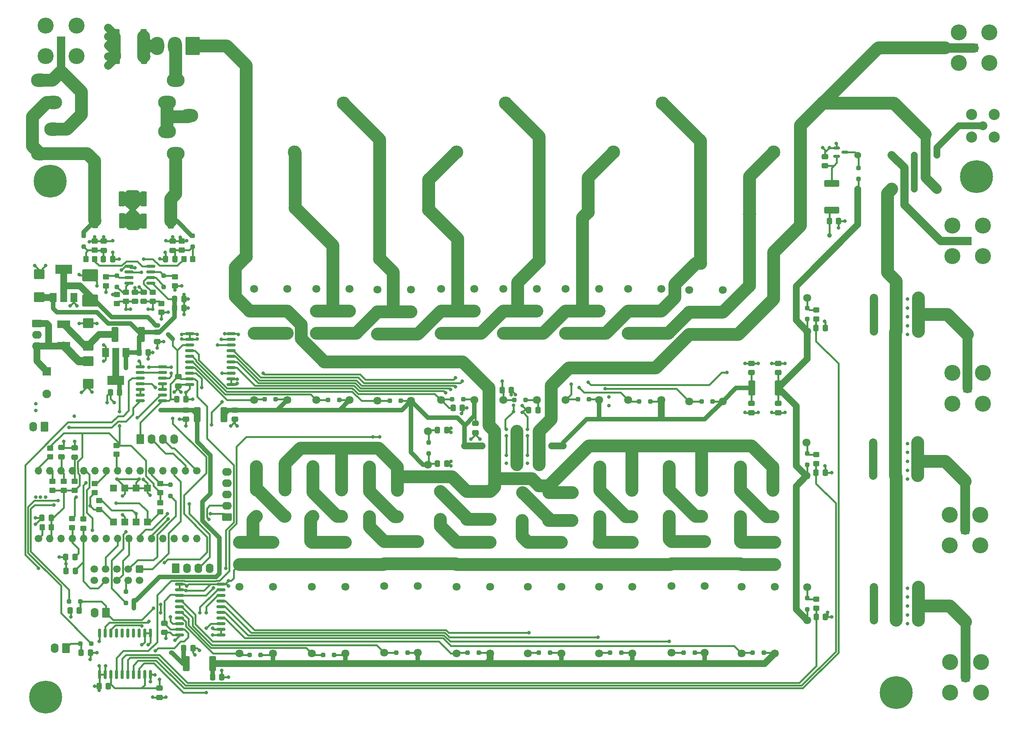
<source format=gbl>
G04 #@! TF.GenerationSoftware,KiCad,Pcbnew,7.0.1*
G04 #@! TF.CreationDate,2023-05-12T07:13:36+02:00*
G04 #@! TF.ProjectId,K_Aries,4b5f4172-6965-4732-9e6b-696361645f70,rev?*
G04 #@! TF.SameCoordinates,Original*
G04 #@! TF.FileFunction,Copper,L2,Bot*
G04 #@! TF.FilePolarity,Positive*
%FSLAX46Y46*%
G04 Gerber Fmt 4.6, Leading zero omitted, Abs format (unit mm)*
G04 Created by KiCad (PCBNEW 7.0.1) date 2023-05-12 07:13:36*
%MOMM*%
%LPD*%
G01*
G04 APERTURE LIST*
G04 Aperture macros list*
%AMRoundRect*
0 Rectangle with rounded corners*
0 $1 Rounding radius*
0 $2 $3 $4 $5 $6 $7 $8 $9 X,Y pos of 4 corners*
0 Add a 4 corners polygon primitive as box body*
4,1,4,$2,$3,$4,$5,$6,$7,$8,$9,$2,$3,0*
0 Add four circle primitives for the rounded corners*
1,1,$1+$1,$2,$3*
1,1,$1+$1,$4,$5*
1,1,$1+$1,$6,$7*
1,1,$1+$1,$8,$9*
0 Add four rect primitives between the rounded corners*
20,1,$1+$1,$2,$3,$4,$5,0*
20,1,$1+$1,$4,$5,$6,$7,0*
20,1,$1+$1,$6,$7,$8,$9,0*
20,1,$1+$1,$8,$9,$2,$3,0*%
G04 Aperture macros list end*
G04 #@! TA.AperFunction,ComponentPad*
%ADD10C,1.803400*%
G04 #@! TD*
G04 #@! TA.AperFunction,ComponentPad*
%ADD11O,4.000000X3.000000*%
G04 #@! TD*
G04 #@! TA.AperFunction,ComponentPad*
%ADD12R,1.371600X1.371600*%
G04 #@! TD*
G04 #@! TA.AperFunction,ComponentPad*
%ADD13C,1.371600*%
G04 #@! TD*
G04 #@! TA.AperFunction,ComponentPad*
%ADD14C,1.524000*%
G04 #@! TD*
G04 #@! TA.AperFunction,ComponentPad*
%ADD15C,1.998980*%
G04 #@! TD*
G04 #@! TA.AperFunction,ComponentPad*
%ADD16C,2.499360*%
G04 #@! TD*
G04 #@! TA.AperFunction,ComponentPad*
%ADD17C,3.000000*%
G04 #@! TD*
G04 #@! TA.AperFunction,ComponentPad*
%ADD18RoundRect,0.250000X0.620000X0.845000X-0.620000X0.845000X-0.620000X-0.845000X0.620000X-0.845000X0*%
G04 #@! TD*
G04 #@! TA.AperFunction,ComponentPad*
%ADD19O,1.740000X2.190000*%
G04 #@! TD*
G04 #@! TA.AperFunction,ComponentPad*
%ADD20R,1.950000X1.950000*%
G04 #@! TD*
G04 #@! TA.AperFunction,ComponentPad*
%ADD21C,3.600000*%
G04 #@! TD*
G04 #@! TA.AperFunction,ComponentPad*
%ADD22C,1.950000*%
G04 #@! TD*
G04 #@! TA.AperFunction,ComponentPad*
%ADD23C,7.400000*%
G04 #@! TD*
G04 #@! TA.AperFunction,ComponentPad*
%ADD24RoundRect,0.250000X1.330000X1.800000X-1.330000X1.800000X-1.330000X-1.800000X1.330000X-1.800000X0*%
G04 #@! TD*
G04 #@! TA.AperFunction,ComponentPad*
%ADD25O,3.160000X4.100000*%
G04 #@! TD*
G04 #@! TA.AperFunction,ComponentPad*
%ADD26RoundRect,0.250000X-0.845000X0.620000X-0.845000X-0.620000X0.845000X-0.620000X0.845000X0.620000X0*%
G04 #@! TD*
G04 #@! TA.AperFunction,ComponentPad*
%ADD27O,2.190000X1.740000*%
G04 #@! TD*
G04 #@! TA.AperFunction,ComponentPad*
%ADD28C,1.700000*%
G04 #@! TD*
G04 #@! TA.AperFunction,ComponentPad*
%ADD29O,1.700000X1.700000*%
G04 #@! TD*
G04 #@! TA.AperFunction,ComponentPad*
%ADD30RoundRect,0.250000X-0.620000X-0.845000X0.620000X-0.845000X0.620000X0.845000X-0.620000X0.845000X0*%
G04 #@! TD*
G04 #@! TA.AperFunction,ComponentPad*
%ADD31RoundRect,0.250000X0.845000X-0.620000X0.845000X0.620000X-0.845000X0.620000X-0.845000X-0.620000X0*%
G04 #@! TD*
G04 #@! TA.AperFunction,ComponentPad*
%ADD32RoundRect,0.250000X-0.600000X0.600000X-0.600000X-0.600000X0.600000X-0.600000X0.600000X0.600000X0*%
G04 #@! TD*
G04 #@! TA.AperFunction,SMDPad,CuDef*
%ADD33RoundRect,0.250000X0.450000X-0.350000X0.450000X0.350000X-0.450000X0.350000X-0.450000X-0.350000X0*%
G04 #@! TD*
G04 #@! TA.AperFunction,SMDPad,CuDef*
%ADD34RoundRect,0.250000X-0.250000X0.250000X-0.250000X-0.250000X0.250000X-0.250000X0.250000X0.250000X0*%
G04 #@! TD*
G04 #@! TA.AperFunction,SMDPad,CuDef*
%ADD35RoundRect,0.250000X0.337500X0.475000X-0.337500X0.475000X-0.337500X-0.475000X0.337500X-0.475000X0*%
G04 #@! TD*
G04 #@! TA.AperFunction,SMDPad,CuDef*
%ADD36RoundRect,0.249999X0.450001X1.425001X-0.450001X1.425001X-0.450001X-1.425001X0.450001X-1.425001X0*%
G04 #@! TD*
G04 #@! TA.AperFunction,SMDPad,CuDef*
%ADD37RoundRect,0.250000X0.475000X-0.337500X0.475000X0.337500X-0.475000X0.337500X-0.475000X-0.337500X0*%
G04 #@! TD*
G04 #@! TA.AperFunction,SMDPad,CuDef*
%ADD38RoundRect,0.250000X0.250000X-0.250000X0.250000X0.250000X-0.250000X0.250000X-0.250000X-0.250000X0*%
G04 #@! TD*
G04 #@! TA.AperFunction,SMDPad,CuDef*
%ADD39RoundRect,0.250000X-0.450000X0.350000X-0.450000X-0.350000X0.450000X-0.350000X0.450000X0.350000X0*%
G04 #@! TD*
G04 #@! TA.AperFunction,SMDPad,CuDef*
%ADD40RoundRect,0.250000X-0.337500X-0.475000X0.337500X-0.475000X0.337500X0.475000X-0.337500X0.475000X0*%
G04 #@! TD*
G04 #@! TA.AperFunction,SMDPad,CuDef*
%ADD41RoundRect,0.250000X0.250000X0.250000X-0.250000X0.250000X-0.250000X-0.250000X0.250000X-0.250000X0*%
G04 #@! TD*
G04 #@! TA.AperFunction,SMDPad,CuDef*
%ADD42RoundRect,0.150000X-0.875000X-0.150000X0.875000X-0.150000X0.875000X0.150000X-0.875000X0.150000X0*%
G04 #@! TD*
G04 #@! TA.AperFunction,SMDPad,CuDef*
%ADD43RoundRect,0.150000X-0.825000X-0.150000X0.825000X-0.150000X0.825000X0.150000X-0.825000X0.150000X0*%
G04 #@! TD*
G04 #@! TA.AperFunction,SMDPad,CuDef*
%ADD44R,2.950000X1.680000*%
G04 #@! TD*
G04 #@! TA.AperFunction,SMDPad,CuDef*
%ADD45RoundRect,0.250000X-0.475000X0.337500X-0.475000X-0.337500X0.475000X-0.337500X0.475000X0.337500X0*%
G04 #@! TD*
G04 #@! TA.AperFunction,SMDPad,CuDef*
%ADD46RoundRect,0.249999X-0.450001X-1.425001X0.450001X-1.425001X0.450001X1.425001X-0.450001X1.425001X0*%
G04 #@! TD*
G04 #@! TA.AperFunction,SMDPad,CuDef*
%ADD47RoundRect,0.250000X0.450000X-0.325000X0.450000X0.325000X-0.450000X0.325000X-0.450000X-0.325000X0*%
G04 #@! TD*
G04 #@! TA.AperFunction,SMDPad,CuDef*
%ADD48RoundRect,0.249999X-0.512501X-1.425001X0.512501X-1.425001X0.512501X1.425001X-0.512501X1.425001X0*%
G04 #@! TD*
G04 #@! TA.AperFunction,SMDPad,CuDef*
%ADD49RoundRect,0.150000X0.150000X-0.875000X0.150000X0.875000X-0.150000X0.875000X-0.150000X-0.875000X0*%
G04 #@! TD*
G04 #@! TA.AperFunction,SMDPad,CuDef*
%ADD50RoundRect,0.250000X0.350000X0.450000X-0.350000X0.450000X-0.350000X-0.450000X0.350000X-0.450000X0*%
G04 #@! TD*
G04 #@! TA.AperFunction,SMDPad,CuDef*
%ADD51R,1.500000X2.000000*%
G04 #@! TD*
G04 #@! TA.AperFunction,SMDPad,CuDef*
%ADD52R,3.800000X2.000000*%
G04 #@! TD*
G04 #@! TA.AperFunction,SMDPad,CuDef*
%ADD53RoundRect,0.250000X0.925000X-0.875000X0.925000X0.875000X-0.925000X0.875000X-0.925000X-0.875000X0*%
G04 #@! TD*
G04 #@! TA.AperFunction,SMDPad,CuDef*
%ADD54RoundRect,0.250000X-0.250000X-0.250000X0.250000X-0.250000X0.250000X0.250000X-0.250000X0.250000X0*%
G04 #@! TD*
G04 #@! TA.AperFunction,SMDPad,CuDef*
%ADD55RoundRect,0.250000X-0.925000X0.875000X-0.925000X-0.875000X0.925000X-0.875000X0.925000X0.875000X0*%
G04 #@! TD*
G04 #@! TA.AperFunction,SMDPad,CuDef*
%ADD56RoundRect,0.249999X1.425001X-0.512501X1.425001X0.512501X-1.425001X0.512501X-1.425001X-0.512501X0*%
G04 #@! TD*
G04 #@! TA.AperFunction,SMDPad,CuDef*
%ADD57RoundRect,0.250000X1.500000X-1.112500X1.500000X1.112500X-1.500000X1.112500X-1.500000X-1.112500X0*%
G04 #@! TD*
G04 #@! TA.AperFunction,SMDPad,CuDef*
%ADD58RoundRect,0.150000X-0.587500X-0.150000X0.587500X-0.150000X0.587500X0.150000X-0.587500X0.150000X0*%
G04 #@! TD*
G04 #@! TA.AperFunction,SMDPad,CuDef*
%ADD59RoundRect,0.250000X-0.350000X-0.450000X0.350000X-0.450000X0.350000X0.450000X-0.350000X0.450000X0*%
G04 #@! TD*
G04 #@! TA.AperFunction,SMDPad,CuDef*
%ADD60RoundRect,0.250000X-0.450000X0.325000X-0.450000X-0.325000X0.450000X-0.325000X0.450000X0.325000X0*%
G04 #@! TD*
G04 #@! TA.AperFunction,SMDPad,CuDef*
%ADD61R,1.600000X1.600000*%
G04 #@! TD*
G04 #@! TA.AperFunction,ViaPad*
%ADD62C,0.800000*%
G04 #@! TD*
G04 #@! TA.AperFunction,Conductor*
%ADD63C,0.400000*%
G04 #@! TD*
G04 #@! TA.AperFunction,Conductor*
%ADD64C,2.900000*%
G04 #@! TD*
G04 #@! TA.AperFunction,Conductor*
%ADD65C,0.250000*%
G04 #@! TD*
G04 #@! TA.AperFunction,Conductor*
%ADD66C,1.000000*%
G04 #@! TD*
G04 #@! TA.AperFunction,Conductor*
%ADD67C,1.500000*%
G04 #@! TD*
G04 #@! TA.AperFunction,Conductor*
%ADD68C,1.900000*%
G04 #@! TD*
G04 #@! TA.AperFunction,Conductor*
%ADD69C,2.200000*%
G04 #@! TD*
G04 #@! TA.AperFunction,Conductor*
%ADD70C,0.000000*%
G04 #@! TD*
G04 #@! TA.AperFunction,Conductor*
%ADD71C,2.100000*%
G04 #@! TD*
G04 APERTURE END LIST*
D10*
X225750000Y-201199996D03*
X225750000Y-186199996D03*
X225750000Y-181199995D03*
X225750000Y-176199995D03*
X218250000Y-176199995D03*
X218250000Y-181199995D03*
X218250000Y-186199996D03*
X218250000Y-201199996D03*
D11*
X111700000Y-83300000D03*
X137200000Y-77300000D03*
X142200000Y-80300000D03*
X108700000Y-88800000D03*
X139200000Y-88800000D03*
X111700000Y-77300000D03*
X137200000Y-83800000D03*
X108700000Y-72300000D03*
X139200000Y-72300000D03*
D12*
X273248400Y-170436750D03*
D13*
X273248400Y-164536750D03*
D14*
X273238400Y-161746750D03*
X273248400Y-159266750D03*
D12*
X176400000Y-170336750D03*
D13*
X176400000Y-164436750D03*
D14*
X176390000Y-161646750D03*
X176400000Y-159166750D03*
D15*
X320460000Y-82540000D03*
D16*
X323000000Y-85080000D03*
X323000000Y-80000000D03*
X317920000Y-85080000D03*
X317920000Y-80000000D03*
D10*
X161000000Y-201199996D03*
X161000000Y-186199996D03*
X161000000Y-181199995D03*
X161000000Y-176199995D03*
X153500000Y-176199995D03*
X153500000Y-181199995D03*
X153500000Y-186199996D03*
X153500000Y-201199996D03*
D17*
X257000000Y-113475000D03*
X268000000Y-102475000D03*
D18*
X114540000Y-200000000D03*
D19*
X112000000Y-200000000D03*
D10*
X193500000Y-201000000D03*
X193500000Y-186000000D03*
X193500000Y-180999999D03*
X193500000Y-175999999D03*
X186000000Y-175999999D03*
X186000000Y-180999999D03*
X186000000Y-186000000D03*
X186000000Y-201000000D03*
X258000000Y-201000001D03*
X258000000Y-186000001D03*
X258000000Y-181000000D03*
X258000000Y-176000000D03*
X250500000Y-176000000D03*
X250500000Y-181000000D03*
X250500000Y-186000001D03*
X250500000Y-201000001D03*
D12*
X198600000Y-164800000D03*
D13*
X204500000Y-164800000D03*
D14*
X207290000Y-164790000D03*
X209770000Y-164800000D03*
D12*
X157300000Y-170350000D03*
D13*
X157300000Y-164450000D03*
D14*
X157290000Y-161660000D03*
X157300000Y-159180000D03*
D20*
X316560000Y-206560000D03*
D21*
X313120000Y-203120000D03*
X313120000Y-210000000D03*
X320000000Y-203120000D03*
X320000000Y-210000000D03*
D17*
X165825000Y-88475000D03*
X176825000Y-77475000D03*
D10*
X281000000Y-193750000D03*
X296000000Y-193750000D03*
X301000001Y-193750000D03*
X306000001Y-193750000D03*
X306000001Y-186250000D03*
X301000001Y-186250000D03*
X296000000Y-186250000D03*
X281000000Y-186250000D03*
D20*
X113440000Y-63440000D03*
D21*
X110000000Y-60000000D03*
X110000000Y-66880000D03*
X116880000Y-60000000D03*
X116880000Y-66880000D03*
D10*
X280800004Y-161250000D03*
X295800004Y-161250000D03*
X300800005Y-161250000D03*
X305800005Y-161250000D03*
X305800005Y-153750000D03*
X300800005Y-153750000D03*
X295800004Y-153750000D03*
X280800004Y-153750000D03*
X273750000Y-201199996D03*
X273750000Y-186199996D03*
X273750000Y-181199995D03*
X273750000Y-176199995D03*
X266250000Y-176199995D03*
X266250000Y-181199995D03*
X266250000Y-186199996D03*
X266250000Y-201199996D03*
D12*
X163700000Y-170336750D03*
D13*
X163700000Y-164436750D03*
D14*
X163690000Y-161646750D03*
X163700000Y-159166750D03*
D12*
X170000000Y-170336750D03*
D13*
X170000000Y-164436750D03*
D14*
X169990000Y-161646750D03*
X170000000Y-159166750D03*
D18*
X109740000Y-150200000D03*
D19*
X107200000Y-150200000D03*
D12*
X217000000Y-171250000D03*
D13*
X222900000Y-171250000D03*
D14*
X225690000Y-171240000D03*
X228170000Y-171250000D03*
D20*
X110250000Y-137750000D03*
D22*
X110250000Y-142830000D03*
D12*
X182700000Y-170450000D03*
D13*
X182700000Y-164550000D03*
D14*
X182690000Y-161760000D03*
X182700000Y-159280000D03*
D20*
X317000000Y-141560000D03*
D21*
X313560000Y-138120000D03*
X313560000Y-145000000D03*
X320440000Y-138120000D03*
X320440000Y-145000000D03*
D12*
X257248400Y-170370000D03*
D13*
X257248400Y-164470000D03*
D14*
X257238400Y-161680000D03*
X257248400Y-159200000D03*
D17*
X273500000Y-88500000D03*
X284500000Y-77500000D03*
D23*
X111000000Y-95000000D03*
D24*
X142960000Y-64595000D03*
D25*
X139000000Y-64595000D03*
X135040000Y-64595000D03*
D26*
X108000000Y-127000000D03*
D27*
X108000000Y-129540000D03*
X108000000Y-132080000D03*
D12*
X198600000Y-171000000D03*
D13*
X204500000Y-171000000D03*
D14*
X207290000Y-170990000D03*
X209770000Y-171000000D03*
D12*
X189000000Y-170450000D03*
D13*
X189000000Y-164550000D03*
D14*
X188990000Y-161760000D03*
X189000000Y-159280000D03*
D20*
X316440000Y-173440000D03*
D21*
X313000000Y-170000000D03*
X313000000Y-176880000D03*
X319880000Y-170000000D03*
X319880000Y-176880000D03*
D20*
X317000000Y-108440000D03*
D21*
X313560000Y-105000000D03*
X313560000Y-111880000D03*
X320440000Y-105000000D03*
X320440000Y-111880000D03*
D10*
X195800004Y-158750000D03*
X210800004Y-158750000D03*
X215800005Y-158750000D03*
X220800005Y-158750000D03*
X220800005Y-151250000D03*
X215800005Y-151250000D03*
X210800004Y-151250000D03*
X195800004Y-151250000D03*
D17*
X155000000Y-111975000D03*
X166000000Y-100975000D03*
D12*
X250000000Y-170370000D03*
D13*
X250000000Y-164470000D03*
D14*
X249990000Y-161680000D03*
X250000000Y-159200000D03*
D10*
X241750000Y-201199996D03*
X241750000Y-186199996D03*
X241750000Y-181199995D03*
X241750000Y-176199995D03*
X234250000Y-176199995D03*
X234250000Y-181199995D03*
X234250000Y-186199996D03*
X234250000Y-201199996D03*
D12*
X234400000Y-170436750D03*
D13*
X234400000Y-164536750D03*
D14*
X234390000Y-161746750D03*
X234400000Y-159266750D03*
D10*
X192000000Y-144399992D03*
X192000000Y-129399992D03*
X192000000Y-124399991D03*
X192000000Y-119399991D03*
X184500000Y-119399991D03*
X184500000Y-124399991D03*
X184500000Y-129399992D03*
X184500000Y-144399992D03*
X209750000Y-201199996D03*
X209750000Y-186199996D03*
X209750000Y-181199995D03*
X209750000Y-176199995D03*
X202250000Y-176199995D03*
X202250000Y-181199995D03*
X202250000Y-186199996D03*
X202250000Y-201199996D03*
X206250000Y-144199996D03*
X206250000Y-129199996D03*
X206250000Y-124199995D03*
X206250000Y-119199995D03*
X198750000Y-119199995D03*
X198750000Y-124199995D03*
X198750000Y-129199996D03*
X198750000Y-144199996D03*
D12*
X266000000Y-170436750D03*
D13*
X266000000Y-164536750D03*
D14*
X265990000Y-161746750D03*
X266000000Y-159266750D03*
D23*
X319000000Y-94000000D03*
D20*
X318440000Y-65000000D03*
D21*
X315000000Y-61560000D03*
X315000000Y-68440000D03*
X321880000Y-61560000D03*
X321880000Y-68440000D03*
D23*
X110000000Y-211000000D03*
D10*
X248250000Y-144199996D03*
X248250000Y-129199996D03*
X248250000Y-124199995D03*
X248250000Y-119199995D03*
X240750000Y-119199995D03*
X240750000Y-124199995D03*
X240750000Y-129199996D03*
X240750000Y-144199996D03*
X280999999Y-128750000D03*
X295999999Y-128750000D03*
X301000000Y-128750000D03*
X306000000Y-128750000D03*
X306000000Y-121250000D03*
X301000000Y-121250000D03*
X295999999Y-121250000D03*
X280999999Y-121250000D03*
D14*
X292380000Y-96810000D03*
X300000000Y-96810000D03*
X305080000Y-96810000D03*
X310160000Y-96810000D03*
X310160000Y-89190000D03*
X305080000Y-89190000D03*
X300000000Y-89190000D03*
X292380000Y-89190000D03*
D23*
X301000000Y-210000000D03*
D10*
X234250000Y-144199996D03*
X234250000Y-129199996D03*
X234250000Y-124199995D03*
X234250000Y-119199995D03*
X226750000Y-119199995D03*
X226750000Y-124199995D03*
X226750000Y-129199996D03*
X226750000Y-144199996D03*
D28*
X143900000Y-160100000D03*
D29*
X141360000Y-160100000D03*
X138820000Y-160100000D03*
X136280000Y-160100000D03*
X133740000Y-160100000D03*
X131200000Y-160100000D03*
X128660000Y-160100000D03*
X126120000Y-160100000D03*
X123580000Y-160100000D03*
X121040000Y-160100000D03*
X118500000Y-160100000D03*
X115960000Y-160100000D03*
X113420000Y-160100000D03*
X110880000Y-160100000D03*
X108340000Y-160100000D03*
D28*
X108340000Y-175340000D03*
D29*
X110880000Y-175340000D03*
X113420000Y-175340000D03*
X115960000Y-175340000D03*
X118500000Y-175340000D03*
X121040000Y-175340000D03*
X123580000Y-175340000D03*
X126120000Y-175340000D03*
X128660000Y-175340000D03*
X131200000Y-175340000D03*
X133740000Y-175340000D03*
X136280000Y-175340000D03*
X138820000Y-175340000D03*
X141360000Y-175340000D03*
X143900000Y-175340000D03*
D10*
X164250000Y-144199996D03*
X164250000Y-129199996D03*
X164250000Y-124199995D03*
X164250000Y-119199995D03*
X156750000Y-119199995D03*
X156750000Y-124199995D03*
X156750000Y-129199996D03*
X156750000Y-144199996D03*
D30*
X131190000Y-153020000D03*
D19*
X133730000Y-153020000D03*
X136270000Y-153020000D03*
X138810000Y-153020000D03*
D31*
X150700000Y-170500000D03*
D27*
X150700000Y-167960000D03*
X150700000Y-165420000D03*
X150700000Y-162880000D03*
X150700000Y-160340000D03*
D17*
X220775000Y-112975000D03*
X231775000Y-101975000D03*
D10*
X177250000Y-201199996D03*
X177250000Y-186199996D03*
X177250000Y-181199995D03*
X177250000Y-176199995D03*
X169750000Y-176199995D03*
X169750000Y-181199995D03*
X169750000Y-186199996D03*
X169750000Y-201199996D03*
D17*
X185000000Y-112475000D03*
X196000000Y-101475000D03*
D10*
X178250000Y-144199996D03*
X178250000Y-129199996D03*
X178250000Y-124199995D03*
X178250000Y-119199995D03*
X170750000Y-119199995D03*
X170750000Y-124199995D03*
X170750000Y-129199996D03*
X170750000Y-144199996D03*
X262000000Y-144500000D03*
X262000000Y-129500000D03*
X262000000Y-124499999D03*
X262000000Y-119499999D03*
X254500000Y-119499999D03*
X254500000Y-124499999D03*
X254500000Y-129500000D03*
X254500000Y-144500000D03*
X220250000Y-144199996D03*
X220250000Y-129199996D03*
X220250000Y-124199995D03*
X220250000Y-119199995D03*
X212750000Y-119199995D03*
X212750000Y-124199995D03*
X212750000Y-129199996D03*
X212750000Y-144199996D03*
D18*
X123540000Y-192000000D03*
D19*
X121000000Y-192000000D03*
D30*
X139190000Y-182020000D03*
D19*
X141730000Y-182020000D03*
X144270000Y-182020000D03*
X146810000Y-182020000D03*
D17*
X237500000Y-88475000D03*
X248500000Y-77475000D03*
X202225000Y-88475000D03*
X213225000Y-77475000D03*
D12*
X241648400Y-170436750D03*
D13*
X241648400Y-164536750D03*
D14*
X241638400Y-161746750D03*
X241648400Y-159266750D03*
D32*
X131080000Y-182247500D03*
D28*
X131080000Y-184787500D03*
X128540000Y-182247500D03*
X128540000Y-184787500D03*
X126000000Y-182247500D03*
X126000000Y-184787500D03*
X123460000Y-182247500D03*
X123460000Y-184787500D03*
X120920000Y-182247500D03*
X120920000Y-184787500D03*
D12*
X217100000Y-165000000D03*
D13*
X223000000Y-165000000D03*
D14*
X225790000Y-164990000D03*
X228270000Y-165000000D03*
D33*
X123500000Y-118500000D03*
X123500000Y-116500000D03*
D34*
X136500000Y-116250000D03*
X136500000Y-118750000D03*
D35*
X116637500Y-182600000D03*
X114562500Y-182600000D03*
D36*
X132000000Y-62500000D03*
X125900000Y-62500000D03*
D37*
X132000000Y-122037500D03*
X132000000Y-119962500D03*
D38*
X281000000Y-191250000D03*
X281000000Y-188750000D03*
D35*
X220537500Y-146500000D03*
X218462500Y-146500000D03*
D39*
X128000000Y-120000000D03*
X128000000Y-122000000D03*
D40*
X139425000Y-144000000D03*
X141500000Y-144000000D03*
D41*
X271250000Y-201000000D03*
X268750000Y-201000000D03*
D42*
X140000000Y-197000000D03*
X140000000Y-195730000D03*
X140000000Y-194460000D03*
X140000000Y-193190000D03*
X140000000Y-191920000D03*
X140000000Y-190650000D03*
X140000000Y-189380000D03*
X140000000Y-188110000D03*
X140000000Y-186840000D03*
X140000000Y-185570000D03*
X149300000Y-185570000D03*
X149300000Y-186840000D03*
X149300000Y-188110000D03*
X149300000Y-189380000D03*
X149300000Y-190650000D03*
X149300000Y-191920000D03*
X149300000Y-193190000D03*
X149300000Y-194460000D03*
X149300000Y-195730000D03*
X149300000Y-197000000D03*
D43*
X131225000Y-144360000D03*
X131225000Y-143090000D03*
X131225000Y-141820000D03*
X131225000Y-140550000D03*
X131225000Y-139280000D03*
X131225000Y-138010000D03*
X131225000Y-136740000D03*
X136175000Y-136740000D03*
X136175000Y-138010000D03*
X136175000Y-139280000D03*
X136175000Y-140550000D03*
X136175000Y-141820000D03*
X136175000Y-143090000D03*
X136175000Y-144360000D03*
D44*
X114000000Y-131990000D03*
X114000000Y-127210000D03*
D39*
X122000000Y-166800000D03*
X122000000Y-168800000D03*
D34*
X128000000Y-187300000D03*
X128000000Y-189800000D03*
D41*
X175900000Y-144200000D03*
X173400000Y-144200000D03*
D33*
X135700000Y-165000000D03*
X135700000Y-163000000D03*
X111500000Y-164500000D03*
X111500000Y-162500000D03*
D42*
X142350000Y-140715000D03*
X142350000Y-139445000D03*
X142350000Y-138175000D03*
X142350000Y-136905000D03*
X142350000Y-135635000D03*
X142350000Y-134365000D03*
X142350000Y-133095000D03*
X142350000Y-131825000D03*
X142350000Y-130555000D03*
X142350000Y-129285000D03*
X151650000Y-129285000D03*
X151650000Y-130555000D03*
X151650000Y-131825000D03*
X151650000Y-133095000D03*
X151650000Y-134365000D03*
X151650000Y-135635000D03*
X151650000Y-136905000D03*
X151650000Y-138175000D03*
X151650000Y-139445000D03*
X151650000Y-140715000D03*
D39*
X136000000Y-122500000D03*
X136000000Y-124500000D03*
D40*
X122962500Y-112500000D03*
X125037500Y-112500000D03*
D45*
X268500000Y-144962500D03*
X268500000Y-147037500D03*
D46*
X132000000Y-104000000D03*
X138100000Y-104000000D03*
D47*
X283000000Y-191025000D03*
X283000000Y-188975000D03*
D41*
X245750000Y-144500000D03*
X243250000Y-144500000D03*
D46*
X131950000Y-99000000D03*
X138050000Y-99000000D03*
D48*
X268512500Y-141500000D03*
X274487500Y-141500000D03*
D49*
X133465000Y-205900000D03*
X132195000Y-205900000D03*
X130925000Y-205900000D03*
X129655000Y-205900000D03*
X128385000Y-205900000D03*
X127115000Y-205900000D03*
X125845000Y-205900000D03*
X124575000Y-205900000D03*
X123305000Y-205900000D03*
X122035000Y-205900000D03*
X122035000Y-196600000D03*
X123305000Y-196600000D03*
X124575000Y-196600000D03*
X125845000Y-196600000D03*
X127115000Y-196600000D03*
X128385000Y-196600000D03*
X129655000Y-196600000D03*
X130925000Y-196600000D03*
X132195000Y-196600000D03*
X133465000Y-196600000D03*
D48*
X144012500Y-147500000D03*
X149987500Y-147500000D03*
D41*
X239250000Y-201000000D03*
X236750000Y-201000000D03*
D39*
X125900000Y-154400000D03*
X125900000Y-156400000D03*
D43*
X128650000Y-117960000D03*
X128650000Y-116690000D03*
X128650000Y-115420000D03*
X128650000Y-114150000D03*
X133600000Y-114150000D03*
X133600000Y-115420000D03*
X133600000Y-116690000D03*
X133600000Y-117960000D03*
D38*
X196000000Y-156250000D03*
X196000000Y-153750000D03*
D41*
X191250000Y-201000000D03*
X188750000Y-201000000D03*
D45*
X116500000Y-154962500D03*
X116500000Y-157037500D03*
D41*
X161650000Y-144000000D03*
X159150000Y-144000000D03*
D50*
X143000000Y-112500000D03*
X141000000Y-112500000D03*
D33*
X140500000Y-110500000D03*
X140500000Y-108500000D03*
D45*
X152500000Y-146462500D03*
X152500000Y-148537500D03*
D41*
X158250000Y-201500000D03*
X155750000Y-201500000D03*
D38*
X281000000Y-126000000D03*
X281000000Y-123500000D03*
D45*
X141500000Y-146462500D03*
X141500000Y-148537500D03*
D40*
X197962500Y-151000000D03*
X200037500Y-151000000D03*
D38*
X143000000Y-109750000D03*
X143000000Y-107250000D03*
D37*
X130000000Y-122037500D03*
X130000000Y-119962500D03*
D40*
X212462500Y-142000000D03*
X214537500Y-142000000D03*
D41*
X255750000Y-201000000D03*
X253250000Y-201000000D03*
D38*
X138000000Y-165750000D03*
X138000000Y-163250000D03*
D40*
X201462500Y-146000000D03*
X203537500Y-146000000D03*
D33*
X121000000Y-165000000D03*
X121000000Y-163000000D03*
D40*
X197962500Y-158500000D03*
X200037500Y-158500000D03*
D51*
X123400000Y-133500000D03*
X125700000Y-133500000D03*
D52*
X125700000Y-139800000D03*
D51*
X128000000Y-133500000D03*
D41*
X223250000Y-201000000D03*
X220750000Y-201000000D03*
D36*
X132050000Y-67000000D03*
X125950000Y-67000000D03*
D34*
X126000000Y-116250000D03*
X126000000Y-118750000D03*
D45*
X136600000Y-194362500D03*
X136600000Y-196437500D03*
D40*
X147462500Y-206500000D03*
X149537500Y-206500000D03*
D37*
X123000000Y-110537500D03*
X123000000Y-108462500D03*
D53*
X108500000Y-121050000D03*
X108500000Y-115950000D03*
D40*
X282962500Y-160500000D03*
X285037500Y-160500000D03*
D54*
X117750000Y-199000000D03*
X120250000Y-199000000D03*
D45*
X113500000Y-154862500D03*
X113500000Y-156937500D03*
D55*
X119500000Y-135450000D03*
X119500000Y-140550000D03*
D45*
X135500000Y-208962500D03*
X135500000Y-211037500D03*
D37*
X135000000Y-131037500D03*
X135000000Y-128962500D03*
D41*
X259750000Y-144500000D03*
X257250000Y-144500000D03*
D38*
X292500000Y-94500000D03*
X292500000Y-92000000D03*
D35*
X139000000Y-112500000D03*
X136925000Y-112500000D03*
D51*
X116300000Y-121150000D03*
X114000000Y-121150000D03*
D52*
X114000000Y-114850000D03*
D51*
X111700000Y-121150000D03*
D56*
X286500000Y-101487500D03*
X286500000Y-95512500D03*
D47*
X283000000Y-158525000D03*
X283000000Y-156475000D03*
D38*
X118500000Y-109750000D03*
X118500000Y-107250000D03*
D46*
X120950000Y-99000000D03*
X127050000Y-99000000D03*
D33*
X114000000Y-164500000D03*
X114000000Y-162500000D03*
D41*
X189750000Y-144400000D03*
X187250000Y-144400000D03*
D35*
X124037500Y-208500000D03*
X121962500Y-208500000D03*
D33*
X126000000Y-122500000D03*
X126000000Y-120500000D03*
D41*
X203750000Y-144000000D03*
X201250000Y-144000000D03*
D57*
X120000000Y-121862500D03*
X120000000Y-116137500D03*
D35*
X111237500Y-170700000D03*
X109162500Y-170700000D03*
D58*
X287625000Y-89450000D03*
X287625000Y-87550000D03*
X289500000Y-88500000D03*
D59*
X119000000Y-112500000D03*
X121000000Y-112500000D03*
D40*
X130962500Y-133500000D03*
X133037500Y-133500000D03*
X285962500Y-104000000D03*
X288037500Y-104000000D03*
D37*
X274500000Y-138037500D03*
X274500000Y-135962500D03*
D50*
X111200000Y-172800000D03*
X109200000Y-172800000D03*
D45*
X274500000Y-144962500D03*
X274500000Y-147037500D03*
D38*
X281000000Y-158750000D03*
X281000000Y-156250000D03*
D35*
X120037500Y-201000000D03*
X117962500Y-201000000D03*
D37*
X138500000Y-110537500D03*
X138500000Y-108462500D03*
D41*
X174750000Y-201500000D03*
X172250000Y-201500000D03*
D39*
X111000000Y-155000000D03*
X111000000Y-157000000D03*
D35*
X141037500Y-121500000D03*
X138962500Y-121500000D03*
D60*
X118400000Y-170975000D03*
X118400000Y-173025000D03*
D45*
X139800000Y-138962500D03*
X139800000Y-141037500D03*
D47*
X283000000Y-126025000D03*
X283000000Y-123975000D03*
D53*
X119500000Y-132000000D03*
X119500000Y-126900000D03*
D40*
X140962500Y-200000000D03*
X143037500Y-200000000D03*
D35*
X116537500Y-179500000D03*
X114462500Y-179500000D03*
D41*
X232000000Y-144000000D03*
X229500000Y-144000000D03*
X217750000Y-144185000D03*
X215250000Y-144185000D03*
D48*
X125512500Y-129500000D03*
X131487500Y-129500000D03*
D33*
X121000000Y-110500000D03*
X121000000Y-108500000D03*
D40*
X282962500Y-128000000D03*
X285037500Y-128000000D03*
D35*
X141037500Y-123500000D03*
X138962500Y-123500000D03*
D41*
X117750000Y-189500000D03*
X115250000Y-189500000D03*
D61*
X125190000Y-163990000D03*
X127730000Y-163990000D03*
X130270000Y-163990000D03*
X132810000Y-163990000D03*
X132810000Y-171610000D03*
X130270000Y-171610000D03*
X127730000Y-171610000D03*
X125190000Y-171610000D03*
D48*
X141512500Y-203500000D03*
X147487500Y-203500000D03*
D37*
X268500000Y-138037500D03*
X268500000Y-135962500D03*
D35*
X126575000Y-142500000D03*
X124500000Y-142500000D03*
D33*
X135700000Y-169300000D03*
X135700000Y-167300000D03*
D40*
X283000000Y-193000000D03*
X285075000Y-193000000D03*
D41*
X207250000Y-201000000D03*
X204750000Y-201000000D03*
D45*
X206500000Y-149462500D03*
X206500000Y-151537500D03*
D40*
X115462500Y-191500000D03*
X117537500Y-191500000D03*
D37*
X285000000Y-91537500D03*
X285000000Y-89462500D03*
D33*
X139000000Y-118500000D03*
X139000000Y-116500000D03*
D46*
X121050000Y-103900000D03*
X127150000Y-103900000D03*
D60*
X115900000Y-170875000D03*
X115900000Y-172925000D03*
D39*
X134000000Y-120000000D03*
X134000000Y-122000000D03*
D33*
X116500000Y-164500000D03*
X116500000Y-162500000D03*
D62*
X129800000Y-191000000D03*
X139409632Y-202093750D03*
X129800000Y-189200000D03*
X128000000Y-137000000D03*
X135800000Y-146500000D03*
X137000000Y-146500000D03*
X138200000Y-201000000D03*
X128000000Y-135500000D03*
X117500000Y-127000000D03*
X144000000Y-129500000D03*
X140500000Y-118500000D03*
X207500000Y-153000000D03*
X153000000Y-139500000D03*
X139000000Y-119500000D03*
X137000000Y-211000000D03*
X107700000Y-172100000D03*
X286500000Y-160500000D03*
X135600000Y-112400000D03*
X205500000Y-153000000D03*
X133000000Y-199200000D03*
X129500000Y-105500000D03*
X121000000Y-208500000D03*
X107700000Y-170700000D03*
X273000000Y-147000000D03*
X134500000Y-206000000D03*
X303500000Y-154000000D03*
X129500000Y-103500000D03*
X215000000Y-145400000D03*
X144500000Y-200500000D03*
X131923584Y-162054249D03*
X287500000Y-86500000D03*
X276000000Y-147000000D03*
X129500000Y-97500000D03*
X124000000Y-62500000D03*
X124000000Y-60500000D03*
X150215001Y-129284999D03*
X141600000Y-108400000D03*
X126000000Y-162000000D03*
X107800000Y-146600000D03*
X303500000Y-162000000D03*
X141600000Y-186000000D03*
X284900500Y-128000000D03*
X143500000Y-201500000D03*
X122000000Y-198500000D03*
X217000000Y-145500000D03*
X303500000Y-192500000D03*
X140400000Y-142400000D03*
X213400000Y-150800000D03*
X142000000Y-121500000D03*
X284900500Y-126500000D03*
X123800000Y-144800000D03*
X135000000Y-132500000D03*
X303500000Y-158000000D03*
X113000000Y-179500000D03*
X303500000Y-188500000D03*
X125000000Y-120500000D03*
X267000000Y-136000000D03*
X215000000Y-146800000D03*
X215500000Y-142998502D03*
X124000000Y-64500000D03*
X141000000Y-120500000D03*
X137000000Y-197800000D03*
X303500000Y-125500000D03*
X213400000Y-152200000D03*
X123400000Y-204000000D03*
X203333259Y-147258259D03*
X120400000Y-142400000D03*
X123500000Y-120000000D03*
X140500000Y-130500000D03*
X124000000Y-69000000D03*
X107800000Y-145000000D03*
X303500000Y-121500000D03*
X133000000Y-135000000D03*
X139000000Y-198200000D03*
X131000000Y-162000000D03*
X270000000Y-136000000D03*
X137500000Y-124500000D03*
X116400000Y-147800000D03*
X125400000Y-144800000D03*
X285000000Y-159000000D03*
X124000000Y-67000000D03*
X143000000Y-144000000D03*
X107500000Y-114000000D03*
X218200000Y-158400000D03*
X129500000Y-98500000D03*
X213400000Y-156600000D03*
X123000000Y-107500000D03*
X127200000Y-170000000D03*
X151000000Y-186000000D03*
X147500000Y-197000000D03*
X108800000Y-166000000D03*
X117500000Y-116000000D03*
X303500000Y-160000000D03*
X141500000Y-187000000D03*
X201000000Y-150500000D03*
X127000000Y-115000000D03*
X116500000Y-153500000D03*
X236500000Y-145500000D03*
X107800000Y-166000000D03*
X217000000Y-147000000D03*
X138500000Y-107500000D03*
X115500000Y-123000000D03*
X130000000Y-119000000D03*
X276000000Y-136000000D03*
X286000000Y-87500000D03*
X123000000Y-131800000D03*
X273000000Y-136000000D03*
X129500000Y-99500000D03*
X270000000Y-147000000D03*
X136472536Y-131027464D03*
X110000000Y-166000000D03*
X218200000Y-152200000D03*
X218200000Y-156600000D03*
X151000500Y-184800000D03*
X142000000Y-123500000D03*
X121000000Y-107500000D03*
X130000000Y-114500000D03*
X204500000Y-146000000D03*
X147500000Y-195500000D03*
X125000000Y-108400000D03*
X131600000Y-199200000D03*
X303500000Y-156000000D03*
X133400000Y-165600000D03*
X303500000Y-186500000D03*
X303500000Y-190500000D03*
X138800000Y-142400000D03*
X201000000Y-158000000D03*
X129500000Y-104500000D03*
X303500000Y-123500000D03*
X119800000Y-108600000D03*
X153000000Y-140500000D03*
X213400000Y-158400000D03*
X286500000Y-193000000D03*
X129500000Y-100500000D03*
X126500000Y-112500000D03*
X267000000Y-147000000D03*
X151000000Y-206500000D03*
X125000000Y-111000000D03*
X121500000Y-127000000D03*
X284500000Y-87500000D03*
X144000000Y-130500000D03*
X129500000Y-102500000D03*
X236500000Y-143500000D03*
X136800000Y-111000000D03*
X285566279Y-191907646D03*
X114000000Y-153500000D03*
X122000000Y-204000000D03*
X214500000Y-143000000D03*
X288000000Y-105500000D03*
X131000000Y-118800000D03*
X140200245Y-107655174D03*
X201000000Y-151500000D03*
X136000000Y-126000000D03*
X141000000Y-125000000D03*
X110000000Y-114000000D03*
X118000000Y-142500000D03*
X289500000Y-104000000D03*
X121500000Y-201000000D03*
X121500000Y-118500000D03*
X131000000Y-135500000D03*
X303500000Y-194500000D03*
X141500000Y-142500000D03*
X120000000Y-202500000D03*
X140500000Y-129500000D03*
X141500000Y-150000000D03*
X303500000Y-127500000D03*
X114500000Y-181000000D03*
X117000000Y-123000000D03*
X137000000Y-108400000D03*
X134000000Y-133500000D03*
X153250000Y-129500000D03*
X127200000Y-165800000D03*
X201000000Y-159000000D03*
X140000000Y-148500000D03*
X123000000Y-135500000D03*
X115600000Y-193000000D03*
X151500000Y-150000000D03*
X218200000Y-150800000D03*
X149500000Y-205000000D03*
X153000000Y-150000000D03*
X129500000Y-101500000D03*
X122000000Y-209500000D03*
X134000000Y-211000000D03*
X133500000Y-207500000D03*
X303500000Y-129500000D03*
X206000000Y-154500000D03*
X223600000Y-154500000D03*
X204000000Y-154500000D03*
X208000000Y-154500000D03*
X226200000Y-154500000D03*
X225000000Y-154500000D03*
X119000000Y-162800000D03*
X133000000Y-123800000D03*
X134000000Y-123800000D03*
X128000000Y-123800000D03*
X129000000Y-123800000D03*
X116800000Y-166000000D03*
X185000000Y-152500000D03*
X183500000Y-152500000D03*
X203500000Y-140000000D03*
X212462500Y-140000000D03*
X218500000Y-196500000D03*
X228002824Y-140600000D03*
X202002824Y-141199500D03*
X234000000Y-197500000D03*
X229800000Y-141400000D03*
X200930808Y-141799001D03*
X250000000Y-198500000D03*
X199800000Y-142600000D03*
X235650000Y-141650000D03*
X134600000Y-200600000D03*
X135200000Y-127400000D03*
X135500000Y-207000000D03*
X150398502Y-182000000D03*
X147613154Y-186413154D03*
X138500000Y-130499998D03*
X133750000Y-126450000D03*
X137500000Y-129500000D03*
X134200000Y-191000000D03*
X126600001Y-146850001D03*
X126600000Y-150000000D03*
X120000000Y-168000000D03*
X149600000Y-144600000D03*
X147200000Y-149800000D03*
X158800000Y-138200000D03*
X286000000Y-107200000D03*
X202000000Y-139200000D03*
X231800000Y-140200000D03*
X263000000Y-138000000D03*
X112800000Y-166800000D03*
X128000000Y-173800000D03*
X111800000Y-167800000D03*
X120500000Y-173500000D03*
X130270000Y-169800000D03*
X125800000Y-167400000D03*
X142200000Y-167600000D03*
X147000000Y-169800000D03*
X137300000Y-169800000D03*
X137449999Y-170919337D03*
X146600000Y-171000000D03*
X131500000Y-115500000D03*
X132000000Y-112500000D03*
X130565332Y-148165332D03*
X108354289Y-182045711D03*
X115200000Y-150370957D03*
X145000000Y-141400000D03*
X134600000Y-141400000D03*
X131600000Y-194998502D03*
X138200000Y-136800000D03*
X138500000Y-148300000D03*
X148600500Y-131843484D03*
X133200000Y-136800000D03*
X146000000Y-192000000D03*
X136600000Y-180800000D03*
X133200000Y-194000000D03*
X138200002Y-138200000D03*
X144600000Y-192000000D03*
X149400000Y-130600000D03*
X138000000Y-193000000D03*
X149600000Y-138200000D03*
X135800000Y-192000000D03*
X135800000Y-190200000D03*
X146014939Y-195534857D03*
X146000000Y-210000000D03*
D63*
X119800000Y-163800000D02*
X119800000Y-160960000D01*
X119200000Y-164400000D02*
X119800000Y-163800000D01*
X119200000Y-169480761D02*
X119200000Y-164400000D01*
X119800000Y-160960000D02*
X119420000Y-160580000D01*
X120500000Y-173500000D02*
X120500000Y-170780761D01*
X120500000Y-170780761D02*
X119200000Y-169480761D01*
X125900000Y-159880000D02*
X126120000Y-160100000D01*
X125900000Y-156400000D02*
X125900000Y-159880000D01*
D64*
X157650000Y-164450000D02*
X157300000Y-164450000D01*
X163536750Y-170336750D02*
X157650000Y-164450000D01*
X163700000Y-170336750D02*
X163536750Y-170336750D01*
X176400000Y-155100000D02*
X176500000Y-155000000D01*
X176400000Y-159166750D02*
X176400000Y-155100000D01*
X156500000Y-176199995D02*
X153500000Y-176199995D01*
X156500000Y-171150000D02*
X156500000Y-176199995D01*
X157300000Y-170350000D02*
X156500000Y-171150000D01*
X157300000Y-164450000D02*
X157300000Y-159180000D01*
X167166750Y-155000000D02*
X176500000Y-155000000D01*
X163700000Y-158466750D02*
X167166750Y-155000000D01*
X163700000Y-159166750D02*
X163700000Y-158466750D01*
X163700000Y-164436750D02*
X163700000Y-159166750D01*
X170000000Y-164936750D02*
X170000000Y-164436750D01*
X176400000Y-170336750D02*
X175400000Y-170336750D01*
X169500000Y-175949995D02*
X169750000Y-176199995D01*
X169500000Y-170836750D02*
X169500000Y-175949995D01*
X170000000Y-170336750D02*
X169500000Y-170836750D01*
X170000000Y-164436750D02*
X170000000Y-159166750D01*
X175400000Y-170336750D02*
X170000000Y-164936750D01*
X176400000Y-164436750D02*
X176400000Y-159166750D01*
X188400000Y-170450000D02*
X182700000Y-164750000D01*
X182700000Y-172699999D02*
X186000000Y-175999999D01*
X182700000Y-170450000D02*
X182700000Y-172699999D01*
X182700000Y-164750000D02*
X182700000Y-164550000D01*
X182700000Y-164550000D02*
X182700000Y-159280000D01*
X189000000Y-170450000D02*
X188400000Y-170450000D01*
D63*
X135950000Y-163250000D02*
X135700000Y-163000000D01*
X138000000Y-163250000D02*
X135950000Y-163250000D01*
X111200000Y-175020000D02*
X110880000Y-175340000D01*
X111200000Y-172800000D02*
X111200000Y-175020000D01*
X109200000Y-174480000D02*
X108340000Y-175340000D01*
X109200000Y-172800000D02*
X109200000Y-174480000D01*
X133952500Y-182247500D02*
X131080000Y-182247500D01*
X140270000Y-171430000D02*
X137570000Y-174130000D01*
X137570000Y-174130000D02*
X137570000Y-178630000D01*
X137570000Y-178630000D02*
X133952500Y-182247500D01*
X140270000Y-162570000D02*
X140270000Y-171430000D01*
X138820000Y-161120000D02*
X140270000Y-162570000D01*
X138820000Y-160100000D02*
X138820000Y-161120000D01*
X141360000Y-158960000D02*
X141360000Y-160100000D01*
X138600000Y-156200000D02*
X141360000Y-158960000D01*
X136910000Y-156200000D02*
X138600000Y-156200000D01*
X133730000Y-153020000D02*
X136910000Y-156200000D01*
X133740000Y-161040000D02*
X135700000Y-163000000D01*
X133740000Y-160100000D02*
X133740000Y-161040000D01*
X138300000Y-155050000D02*
X136270000Y-153020000D01*
X138850000Y-155050000D02*
X138300000Y-155050000D01*
X144060000Y-160260000D02*
X138850000Y-155050000D01*
X118200000Y-157069239D02*
X118200000Y-151600000D01*
X117244239Y-158025000D02*
X118200000Y-157069239D01*
X117210000Y-159582233D02*
X117200000Y-159572233D01*
X117200000Y-158025000D02*
X117244239Y-158025000D01*
X117600000Y-161007767D02*
X117210000Y-160617767D01*
X117200000Y-159572233D02*
X117200000Y-158025000D01*
X117600000Y-163400000D02*
X117600000Y-161007767D01*
X117210000Y-160617767D02*
X117210000Y-159582233D01*
X116500000Y-164500000D02*
X117600000Y-163400000D01*
X116500000Y-159560000D02*
X115960000Y-160100000D01*
X116500000Y-157037500D02*
X116500000Y-159560000D01*
X116500000Y-160320000D02*
X116500000Y-161100000D01*
X116280000Y-160100000D02*
X116500000Y-160320000D01*
X115960000Y-160100000D02*
X116280000Y-160100000D01*
X116500000Y-162500000D02*
X116500000Y-161100000D01*
X114000000Y-160680000D02*
X114000000Y-162500000D01*
X113500000Y-160020000D02*
X113420000Y-160100000D01*
X113500000Y-156937500D02*
X113500000Y-160020000D01*
X113420000Y-160100000D02*
X114000000Y-160680000D01*
X108340000Y-159460000D02*
X108340000Y-160100000D01*
X110800000Y-157000000D02*
X108340000Y-159460000D01*
X111000000Y-157000000D02*
X110800000Y-157000000D01*
X116637500Y-182362500D02*
X118400000Y-180600000D01*
X118400000Y-180600000D02*
X118400000Y-180300000D01*
X116637500Y-182600000D02*
X116637500Y-182362500D01*
X120000000Y-186500000D02*
X118400000Y-184900000D01*
X118400000Y-184900000D02*
X118400000Y-180300000D01*
X121747500Y-186500000D02*
X120000000Y-186500000D01*
X123460000Y-184787500D02*
X121747500Y-186500000D01*
X118400000Y-173025000D02*
X118400000Y-180300000D01*
X126120000Y-176880000D02*
X126120000Y-175340000D01*
X123460000Y-179540000D02*
X126120000Y-176880000D01*
X123460000Y-182247500D02*
X123460000Y-179540000D01*
X128660000Y-178987822D02*
X128660000Y-175340000D01*
X127290000Y-183497500D02*
X127290000Y-180357822D01*
X126000000Y-184787500D02*
X127290000Y-183497500D01*
X127290000Y-180357822D02*
X128660000Y-178987822D01*
X132490000Y-159582233D02*
X132490000Y-161290000D01*
X132500000Y-159572233D02*
X132490000Y-159582233D01*
X132490000Y-161290000D02*
X134200000Y-163000000D01*
X132500000Y-157800000D02*
X132500000Y-159572233D01*
X134200000Y-163000000D02*
X134200000Y-163500000D01*
X134200000Y-163500000D02*
X135700000Y-165000000D01*
X129100000Y-154400000D02*
X132500000Y-157800000D01*
X125900000Y-154400000D02*
X129100000Y-154400000D01*
X135700000Y-167300000D02*
X135700000Y-165000000D01*
X133390000Y-171610000D02*
X132810000Y-171610000D01*
X135700000Y-169300000D02*
X133390000Y-171610000D01*
X137300000Y-169819239D02*
X137300000Y-169800000D01*
X133819239Y-173300000D02*
X137300000Y-169819239D01*
X131200000Y-174500000D02*
X132400000Y-173300000D01*
X132400000Y-173300000D02*
X133819239Y-173300000D01*
X131200000Y-175340000D02*
X131200000Y-174500000D01*
X133740000Y-174629336D02*
X137449999Y-170919337D01*
X133740000Y-175340000D02*
X133740000Y-174629336D01*
X139200000Y-166950000D02*
X138000000Y-165750000D01*
X139200000Y-170300000D02*
X139200000Y-166950000D01*
X135000000Y-174500000D02*
X139200000Y-170300000D01*
X135000000Y-179400000D02*
X135000000Y-174500000D01*
X128540000Y-182247500D02*
X130587500Y-180200000D01*
X130587500Y-180200000D02*
X134200000Y-180200000D01*
X134200000Y-180200000D02*
X135000000Y-179400000D01*
X146200000Y-170600000D02*
X146600000Y-171000000D01*
X146200000Y-168563939D02*
X146200000Y-170600000D01*
X146823939Y-167940000D02*
X146200000Y-168563939D01*
X150680000Y-167940000D02*
X146823939Y-167940000D01*
X150700000Y-167960000D02*
X150680000Y-167940000D01*
X150700000Y-170500000D02*
X150000000Y-169800000D01*
X150000000Y-169800000D02*
X147000000Y-169800000D01*
X150400000Y-181998502D02*
X150398502Y-182000000D01*
X150400000Y-173500000D02*
X150400000Y-181998502D01*
X152200000Y-171700000D02*
X150400000Y-173500000D01*
X152200000Y-158800000D02*
X152200000Y-171700000D01*
X144000000Y-143400000D02*
X146200000Y-145600000D01*
X144000000Y-140000000D02*
X144000000Y-143400000D01*
X143445000Y-139445000D02*
X144000000Y-140000000D01*
X155000000Y-152500000D02*
X183500000Y-152500000D01*
X152799501Y-171948321D02*
X152799501Y-154700499D01*
X142350000Y-139445000D02*
X143445000Y-139445000D01*
X152799501Y-154700499D02*
X155000000Y-152500000D01*
X151198002Y-182654171D02*
X151198002Y-173549820D01*
X151198002Y-173549820D02*
X152799501Y-171948321D01*
X148982173Y-184870000D02*
X151198002Y-182654171D01*
X148167682Y-184899501D02*
X148197183Y-184870000D01*
X141132318Y-184899501D02*
X148167682Y-184899501D01*
X141102817Y-184870000D02*
X141132318Y-184899501D01*
X146200000Y-145600000D02*
X146200000Y-152800000D01*
X125845000Y-202155000D02*
X127400000Y-200600000D01*
X135000500Y-188068836D02*
X138199336Y-184870000D01*
X146200000Y-152800000D02*
X152200000Y-158800000D01*
X133000000Y-200600000D02*
X135000500Y-198599500D01*
X127400000Y-200600000D02*
X133000000Y-200600000D01*
X148197183Y-184870000D02*
X148982173Y-184870000D01*
X125845000Y-205900000D02*
X125845000Y-202155000D01*
X138199336Y-184870000D02*
X141102817Y-184870000D01*
X135000500Y-198599500D02*
X135000500Y-188068836D01*
X125900000Y-154400000D02*
X126150000Y-154400000D01*
X126150000Y-154400000D02*
X126575000Y-153975000D01*
X113600000Y-154962500D02*
X116500000Y-154962500D01*
X113500000Y-154862500D02*
X114000000Y-154362500D01*
X114000000Y-154362500D02*
X114000000Y-153500000D01*
X113500000Y-154862500D02*
X113600000Y-154962500D01*
X111000000Y-154600000D02*
X114000000Y-151600000D01*
X114000000Y-151600000D02*
X118200000Y-151600000D01*
X111000000Y-155000000D02*
X111000000Y-154600000D01*
X118400000Y-163400000D02*
X119000000Y-162800000D01*
X118400000Y-170975000D02*
X118400000Y-163400000D01*
X116500000Y-170275000D02*
X116500000Y-166300000D01*
X116500000Y-166300000D02*
X116800000Y-166000000D01*
X115900000Y-170875000D02*
X116500000Y-170275000D01*
X115900000Y-172925000D02*
X115960000Y-172985000D01*
X115960000Y-172985000D02*
X115960000Y-175340000D01*
X111237500Y-172762500D02*
X111200000Y-172800000D01*
X111237500Y-170700000D02*
X111237500Y-172762500D01*
X109162500Y-170700000D02*
X107700000Y-170700000D01*
X109100000Y-170700000D02*
X107700000Y-172100000D01*
X109162500Y-170700000D02*
X109100000Y-170700000D01*
X111700000Y-170700000D02*
X111237500Y-170700000D01*
X114000000Y-164500000D02*
X114000000Y-168400000D01*
X114000000Y-168400000D02*
X111700000Y-170700000D01*
X106600000Y-168700000D02*
X107500000Y-167800000D01*
X115250000Y-186850000D02*
X106600000Y-178200000D01*
X106600000Y-178200000D02*
X106600000Y-168700000D01*
X107500000Y-167800000D02*
X111800000Y-167800000D01*
X115250000Y-189500000D02*
X115250000Y-186850000D01*
X107400000Y-166800000D02*
X112800000Y-166800000D01*
X106000000Y-168200000D02*
X107400000Y-166800000D01*
X113400000Y-185960757D02*
X106000000Y-178560757D01*
X113400000Y-192150000D02*
X113400000Y-185960757D01*
X120250000Y-199000000D02*
X113400000Y-192150000D01*
X108354289Y-181954289D02*
X108354289Y-182045711D01*
X105400500Y-179000500D02*
X108354289Y-181954289D01*
X106000000Y-178560757D02*
X106000000Y-168200000D01*
X115000000Y-149200000D02*
X105400500Y-158799500D01*
X124800000Y-149200000D02*
X115000000Y-149200000D01*
X128600000Y-146600000D02*
X127400000Y-147800000D01*
X127400000Y-147800000D02*
X126200000Y-147800000D01*
X128600000Y-140000000D02*
X128600000Y-146600000D01*
X131225000Y-139280000D02*
X129320000Y-139280000D01*
X129320000Y-139280000D02*
X128600000Y-140000000D01*
X126200000Y-147800000D02*
X124800000Y-149200000D01*
X105400500Y-158799500D02*
X105400500Y-179000500D01*
X117300000Y-177600000D02*
X117300000Y-178662500D01*
X115960000Y-176260000D02*
X117300000Y-177600000D01*
X115960000Y-175340000D02*
X115960000Y-176260000D01*
X117300000Y-178662500D02*
X116500000Y-179462500D01*
X127400000Y-174400000D02*
X128000000Y-173800000D01*
X124750000Y-180250000D02*
X127400000Y-177600000D01*
X127400000Y-177600000D02*
X127400000Y-174400000D01*
X124750000Y-186550000D02*
X124750000Y-180250000D01*
X128000000Y-189800000D02*
X124750000Y-186550000D01*
X132810000Y-162940665D02*
X131923584Y-162054249D01*
X132810000Y-163990000D02*
X132810000Y-162940665D01*
X123470000Y-160210000D02*
X123580000Y-160100000D01*
X123470000Y-160970000D02*
X121440000Y-163000000D01*
X123470000Y-160970000D02*
X123470000Y-160210000D01*
X119420000Y-160580000D02*
X119100000Y-160260000D01*
D65*
X118500000Y-160100000D02*
X118940000Y-160100000D01*
X118940000Y-160100000D02*
X119420000Y-160580000D01*
D63*
X116500000Y-160640000D02*
X115960000Y-160100000D01*
X116500000Y-161100000D02*
X116500000Y-160640000D01*
X111500000Y-160720000D02*
X110880000Y-160100000D01*
X111500000Y-161100000D02*
X111500000Y-160720000D01*
X111500000Y-161100000D02*
X111500000Y-160280000D01*
X111500000Y-162500000D02*
X111500000Y-161100000D01*
D66*
X135000000Y-128962500D02*
X135537500Y-128962500D01*
X130272084Y-189200000D02*
X129800000Y-189200000D01*
X144012500Y-153612500D02*
X147000000Y-156600000D01*
X138962500Y-125537500D02*
X138962500Y-123500000D01*
D67*
X111700000Y-121150000D02*
X108600000Y-121150000D01*
D66*
X141512500Y-203500000D02*
X140806250Y-203500000D01*
X138315882Y-201000000D02*
X139409632Y-202093750D01*
X147000000Y-165272963D02*
X145200000Y-167072963D01*
X128000000Y-133500000D02*
X128000000Y-135500000D01*
X145200000Y-167072963D02*
X145200000Y-171400000D01*
X121500000Y-124500000D02*
X124000000Y-127000000D01*
X140962500Y-202950000D02*
X141512500Y-203500000D01*
X124000000Y-127000000D02*
X129000000Y-127000000D01*
D63*
X133600000Y-117960000D02*
X133960000Y-117960000D01*
X137500000Y-121500000D02*
X138962500Y-121500000D01*
D66*
X139409632Y-202103382D02*
X139409632Y-202093750D01*
X148229501Y-183970499D02*
X135501585Y-183970499D01*
X144012500Y-147500000D02*
X144012500Y-153612500D01*
X129000000Y-127000000D02*
X131487500Y-129487500D01*
D63*
X133960000Y-117960000D02*
X137500000Y-121500000D01*
D66*
X128000000Y-133500000D02*
X130962500Y-133500000D01*
X111700000Y-121150000D02*
X111700000Y-123650000D01*
X147000000Y-156600000D02*
X147000000Y-165272963D01*
X138962500Y-123500000D02*
X138962500Y-121500000D01*
X135501585Y-183970499D02*
X130272084Y-189200000D01*
X135000000Y-128962500D02*
X132025000Y-128962500D01*
X140962500Y-200000000D02*
X140962500Y-202950000D01*
X142975000Y-146462500D02*
X141500000Y-146462500D01*
X111700000Y-123650000D02*
X112550000Y-124500000D01*
X131487500Y-129487500D02*
X131487500Y-129500000D01*
X141500000Y-146462500D02*
X141462500Y-146500000D01*
X112550000Y-124500000D02*
X121500000Y-124500000D01*
X141462500Y-146500000D02*
X137000000Y-146500000D01*
X128000000Y-135500000D02*
X128000000Y-137000000D01*
X140806250Y-203500000D02*
X139409632Y-202103382D01*
X129800000Y-191000000D02*
X129800000Y-189200000D01*
X144012500Y-147500000D02*
X142975000Y-146462500D01*
X130962500Y-133500000D02*
X130962500Y-130025000D01*
D67*
X108600000Y-121150000D02*
X108500000Y-121050000D01*
D66*
X149000000Y-183200000D02*
X148229501Y-183970499D01*
X135800000Y-146500000D02*
X137000000Y-146500000D01*
X130962500Y-130025000D02*
X131487500Y-129500000D01*
X132025000Y-128962500D02*
X131487500Y-129500000D01*
X138200000Y-201000000D02*
X138315882Y-201000000D01*
X135537500Y-128962500D02*
X138962500Y-125537500D01*
X149000000Y-175200000D02*
X149000000Y-183200000D01*
X145200000Y-171400000D02*
X149000000Y-175200000D01*
D63*
X218462500Y-146500000D02*
X217500000Y-146500000D01*
X218000000Y-146500000D02*
X217000000Y-145500000D01*
X273037500Y-135962500D02*
X273000000Y-136000000D01*
X138500000Y-108462500D02*
X140462500Y-108462500D01*
X214537500Y-142000000D02*
X214537500Y-142962500D01*
X285037500Y-160500000D02*
X286500000Y-160500000D01*
X147730000Y-195730000D02*
X147500000Y-195500000D01*
X114462500Y-179500000D02*
X113000000Y-179500000D01*
X117637500Y-116137500D02*
X117500000Y-116000000D01*
X141500000Y-187000000D02*
X145570000Y-187000000D01*
X214537500Y-142000000D02*
X215500000Y-142962500D01*
X152945000Y-139445000D02*
X153000000Y-139500000D01*
X121000000Y-108500000D02*
X122962500Y-108500000D01*
X126000000Y-162000000D02*
X131000000Y-162000000D01*
X217500000Y-146500000D02*
X217000000Y-147000000D01*
D66*
X131500000Y-103500000D02*
X132000000Y-104000000D01*
D63*
X123305000Y-205900000D02*
X123305000Y-204095000D01*
X152500000Y-148537500D02*
X152500000Y-149000000D01*
X151650000Y-129285000D02*
X150215002Y-129285000D01*
D68*
X125900000Y-62400000D02*
X124000000Y-60500000D01*
D63*
X123500000Y-118500000D02*
X123500000Y-120000000D01*
X142350000Y-130555000D02*
X143945000Y-130555000D01*
X120000000Y-116137500D02*
X121500000Y-117637500D01*
D68*
X125900000Y-62500000D02*
X124000000Y-62500000D01*
D64*
X202050004Y-180999999D02*
X202250000Y-181199995D01*
D63*
X268500000Y-147037500D02*
X267037500Y-147037500D01*
X119500000Y-126900000D02*
X117600000Y-126900000D01*
X122035000Y-205900000D02*
X122035000Y-208427500D01*
X131225000Y-136740000D02*
X131225000Y-135725000D01*
D66*
X128550000Y-97500000D02*
X127050000Y-99000000D01*
D63*
X141037500Y-121500000D02*
X142000000Y-121500000D01*
X285075000Y-193000000D02*
X286500000Y-193000000D01*
X267037500Y-147037500D02*
X267000000Y-147000000D01*
X116500000Y-154962500D02*
X116500000Y-153500000D01*
X119500000Y-140550000D02*
X119500000Y-141000000D01*
X141500000Y-108500000D02*
X141600000Y-108400000D01*
X120037500Y-201000000D02*
X120037500Y-202462500D01*
X141037500Y-123500000D02*
X141037500Y-121500000D01*
X142350000Y-129285000D02*
X140715000Y-129285000D01*
X285037500Y-128000000D02*
X284900500Y-128000000D01*
X274500000Y-135962500D02*
X273037500Y-135962500D01*
X150230500Y-185570000D02*
X151000500Y-184800000D01*
D68*
X125950000Y-67000000D02*
X125950000Y-67050000D01*
D63*
X152785000Y-140715000D02*
X153000000Y-140500000D01*
X149300000Y-185570000D02*
X150570000Y-185570000D01*
D66*
X129500000Y-103500000D02*
X127550000Y-103500000D01*
D63*
X115462500Y-191500000D02*
X115600000Y-191637500D01*
X135500000Y-211037500D02*
X136962500Y-211037500D01*
X132195000Y-198605000D02*
X131600000Y-199200000D01*
X288037500Y-105462500D02*
X288000000Y-105500000D01*
X285075000Y-193000000D02*
X285566279Y-192508721D01*
X119900000Y-108500000D02*
X119800000Y-108600000D01*
D66*
X129500000Y-100500000D02*
X130450000Y-100500000D01*
D63*
X133465000Y-198735000D02*
X133000000Y-199200000D01*
X152500000Y-149500000D02*
X153000000Y-150000000D01*
X127730000Y-163990000D02*
X130270000Y-163990000D01*
D64*
X186000000Y-180999999D02*
X193500000Y-180999999D01*
D63*
X273037500Y-147037500D02*
X273000000Y-147000000D01*
X142350000Y-129285000D02*
X143785000Y-129285000D01*
X152500000Y-148537500D02*
X152500000Y-149500000D01*
D64*
X142200000Y-80300000D02*
X142000000Y-80500000D01*
D63*
X125037500Y-112500000D02*
X125037500Y-111037500D01*
X269962500Y-135962500D02*
X270000000Y-136000000D01*
X116300000Y-122300000D02*
X117000000Y-123000000D01*
X139800000Y-141037500D02*
X139800000Y-141800000D01*
X215000000Y-146800000D02*
X213200000Y-148600000D01*
X151650000Y-129285000D02*
X153035000Y-129285000D01*
X285000000Y-89462500D02*
X285000000Y-88500000D01*
X285037500Y-126637000D02*
X284900500Y-126500000D01*
X124937500Y-108462500D02*
X125000000Y-108400000D01*
X132195000Y-196600000D02*
X132195000Y-198605000D01*
D64*
X202250000Y-181199995D02*
X209750000Y-181199995D01*
D63*
X151600000Y-184800000D02*
X152200000Y-184200000D01*
X145570000Y-187000000D02*
X147000000Y-185570000D01*
X123800000Y-143200000D02*
X123800000Y-144800000D01*
X268500000Y-147037500D02*
X269962500Y-147037500D01*
X141037500Y-120537500D02*
X141000000Y-120500000D01*
X121000000Y-108500000D02*
X121000000Y-107500000D01*
D64*
X177250000Y-181199995D02*
X185800004Y-181199995D01*
D66*
X129500000Y-101450000D02*
X127050000Y-99000000D01*
D63*
X122035000Y-208427500D02*
X121962500Y-208500000D01*
D66*
X127550000Y-103500000D02*
X127150000Y-103900000D01*
D63*
X200037500Y-151000000D02*
X200500000Y-151000000D01*
X151650000Y-140715000D02*
X152785000Y-140715000D01*
D68*
X125900000Y-62500000D02*
X125900000Y-62400000D01*
D63*
X123400000Y-132200000D02*
X123000000Y-131800000D01*
X285566279Y-192508721D02*
X285566279Y-191907646D01*
X133037500Y-134962500D02*
X133000000Y-135000000D01*
X141500000Y-144000000D02*
X141500000Y-142500000D01*
X213200000Y-148600000D02*
X213200000Y-150600000D01*
X200500000Y-151000000D02*
X201000000Y-151500000D01*
X143945000Y-130555000D02*
X144000000Y-130500000D01*
X133465000Y-196600000D02*
X133465000Y-198735000D01*
X214537500Y-142962500D02*
X214500000Y-143000000D01*
D66*
X127550000Y-99500000D02*
X127050000Y-99000000D01*
D68*
X125950000Y-67000000D02*
X125950000Y-66450000D01*
D63*
X287625000Y-87550000D02*
X286050000Y-87550000D01*
X142350000Y-140715000D02*
X142350000Y-141650000D01*
X136962500Y-211037500D02*
X137000000Y-211000000D01*
D64*
X250500000Y-181000000D02*
X258000000Y-181000000D01*
D63*
X149300000Y-185570000D02*
X150230500Y-185570000D01*
X140122500Y-140715000D02*
X139800000Y-141037500D01*
X288037500Y-104000000D02*
X288037500Y-105462500D01*
X127730000Y-165270000D02*
X127200000Y-165800000D01*
X269962500Y-147037500D02*
X270000000Y-147000000D01*
D66*
X127550000Y-98500000D02*
X127050000Y-99000000D01*
D63*
X139822500Y-140715000D02*
X139500000Y-141037500D01*
D66*
X129500000Y-103500000D02*
X131500000Y-103500000D01*
D63*
X203537500Y-147054018D02*
X203333259Y-147258259D01*
X116300000Y-121150000D02*
X116300000Y-122200000D01*
D64*
X161000000Y-181199995D02*
X169750000Y-181199995D01*
D63*
X140000000Y-197000000D02*
X140100000Y-197100000D01*
D66*
X129500000Y-105500000D02*
X128750000Y-105500000D01*
D63*
X137937500Y-196437500D02*
X136600000Y-196437500D01*
X142030000Y-185570000D02*
X141600000Y-186000000D01*
D64*
X193500000Y-180999999D02*
X202050004Y-180999999D01*
D63*
X140500000Y-107954929D02*
X140200245Y-107655174D01*
X275962500Y-147037500D02*
X276000000Y-147000000D01*
D68*
X125950000Y-67000000D02*
X124000000Y-67000000D01*
D63*
X132000000Y-119962500D02*
X132000000Y-119800000D01*
D66*
X131450000Y-99500000D02*
X131950000Y-99000000D01*
X129500000Y-102500000D02*
X128550000Y-102500000D01*
X128550000Y-100500000D02*
X127050000Y-99000000D01*
D63*
X153035000Y-129285000D02*
X153250000Y-129500000D01*
X152500000Y-149000000D02*
X151500000Y-150000000D01*
X108500000Y-115950000D02*
X108500000Y-115000000D01*
X139000000Y-118500000D02*
X140500000Y-118500000D01*
X123400000Y-135100000D02*
X123000000Y-135500000D01*
X150570000Y-185570000D02*
X151000000Y-186000000D01*
X141037500Y-123500000D02*
X141037500Y-124962500D01*
X213200000Y-150600000D02*
X213400000Y-150800000D01*
X141500000Y-144000000D02*
X143000000Y-144000000D01*
X116300000Y-121150000D02*
X116300000Y-122300000D01*
D66*
X131500000Y-104500000D02*
X132000000Y-104000000D01*
D63*
X140000000Y-186840000D02*
X141340000Y-186840000D01*
D66*
X130500000Y-102500000D02*
X132000000Y-104000000D01*
D63*
X130270000Y-163990000D02*
X130270000Y-162730000D01*
X141037500Y-124962500D02*
X141000000Y-125000000D01*
X143037500Y-201037500D02*
X143500000Y-201500000D01*
X218200000Y-148000000D02*
X218200000Y-150800000D01*
X206500000Y-152000000D02*
X207500000Y-153000000D01*
X143037500Y-200000000D02*
X143037500Y-201037500D01*
X141340000Y-186840000D02*
X141500000Y-187000000D01*
X120037500Y-201000000D02*
X121500000Y-201000000D01*
X124500000Y-143900000D02*
X125400000Y-144800000D01*
X133400000Y-165600000D02*
X132810000Y-165010000D01*
X135700000Y-112500000D02*
X135600000Y-112400000D01*
X140000000Y-197000000D02*
X138500000Y-197000000D01*
X141037500Y-121500000D02*
X141037500Y-120537500D01*
X119500000Y-141000000D02*
X118000000Y-142500000D01*
X149537500Y-205037500D02*
X149500000Y-205000000D01*
D64*
X185800004Y-181199995D02*
X186000000Y-180999999D01*
D63*
X123000000Y-108462500D02*
X124937500Y-108462500D01*
X142350000Y-141650000D02*
X141500000Y-142500000D01*
X149537500Y-206500000D02*
X149537500Y-205037500D01*
D66*
X129500000Y-99500000D02*
X127550000Y-99500000D01*
D68*
X125950000Y-66450000D02*
X124000000Y-64500000D01*
D63*
X124500000Y-142500000D02*
X124500000Y-143900000D01*
X138500000Y-108462500D02*
X137062500Y-108462500D01*
X132000000Y-119962500D02*
X130000000Y-119962500D01*
X150215002Y-129285000D02*
X150215001Y-129284999D01*
X274500000Y-147037500D02*
X275962500Y-147037500D01*
X287625000Y-86625000D02*
X287500000Y-86500000D01*
X120037500Y-202462500D02*
X120000000Y-202500000D01*
D64*
X234250000Y-181199995D02*
X241750000Y-181199995D01*
D63*
X217000000Y-147000000D02*
X217200000Y-147000000D01*
X132810000Y-165010000D02*
X132810000Y-163990000D01*
X138500000Y-197000000D02*
X137937500Y-196437500D01*
X121962500Y-208500000D02*
X121000000Y-208500000D01*
X114562500Y-182600000D02*
X114562500Y-181062500D01*
D66*
X129500000Y-104500000D02*
X131500000Y-104500000D01*
D64*
X209750000Y-181199995D02*
X218250000Y-181199995D01*
D63*
X136600000Y-196437500D02*
X137000000Y-196837500D01*
X200500000Y-158500000D02*
X201000000Y-159000000D01*
X128650000Y-114150000D02*
X127850000Y-114150000D01*
X127730000Y-171610000D02*
X127730000Y-170530000D01*
D64*
X169750000Y-181199995D02*
X177250000Y-181199995D01*
D63*
X149300000Y-195730000D02*
X147730000Y-195730000D01*
X136925000Y-112500000D02*
X135700000Y-112500000D01*
X123000000Y-108462500D02*
X123000000Y-107500000D01*
D64*
X142000000Y-80500000D02*
X137200000Y-80500000D01*
D63*
X141500000Y-148537500D02*
X140037500Y-148537500D01*
X285000000Y-88500000D02*
X286000000Y-87500000D01*
D66*
X129500000Y-101450000D02*
X131950000Y-99000000D01*
D63*
X137062500Y-108462500D02*
X137000000Y-108400000D01*
X200500000Y-151000000D02*
X201000000Y-150500000D01*
X141037500Y-123500000D02*
X142000000Y-123500000D01*
D64*
X137200000Y-77300000D02*
X137200000Y-80500000D01*
D63*
X203537500Y-146000000D02*
X203537500Y-147054018D01*
X117600000Y-126900000D02*
X117500000Y-127000000D01*
X218462500Y-146500000D02*
X218000000Y-146500000D01*
D68*
X125900000Y-62500000D02*
X125900000Y-62600000D01*
D64*
X250300005Y-181199995D02*
X250500000Y-181000000D01*
D66*
X128750000Y-105500000D02*
X127150000Y-103900000D01*
D63*
X140100000Y-197100000D02*
X139000000Y-198200000D01*
D66*
X129500000Y-99500000D02*
X131450000Y-99500000D01*
D63*
X142350000Y-129285000D02*
X142350000Y-130555000D01*
X121400000Y-126900000D02*
X121500000Y-127000000D01*
X115600000Y-191637500D02*
X115600000Y-193000000D01*
X130000000Y-119962500D02*
X130000000Y-119000000D01*
D66*
X131450000Y-98500000D02*
X131950000Y-99000000D01*
D63*
X140500000Y-108500000D02*
X140500000Y-107954929D01*
X140462500Y-108462500D02*
X140500000Y-108500000D01*
X275962500Y-135962500D02*
X276000000Y-136000000D01*
D66*
X129500000Y-101550000D02*
X127150000Y-103900000D01*
D63*
X130270000Y-162730000D02*
X131000000Y-162000000D01*
X108500000Y-115950000D02*
X108500000Y-115500000D01*
D66*
X130450000Y-97500000D02*
X131950000Y-99000000D01*
D63*
X136000000Y-124500000D02*
X136000000Y-126000000D01*
X127730000Y-163990000D02*
X127730000Y-163730000D01*
X114462500Y-179500000D02*
X114462500Y-180962500D01*
D66*
X130500000Y-105500000D02*
X132000000Y-104000000D01*
D63*
X285037500Y-160500000D02*
X285037500Y-159037500D01*
X134037500Y-211037500D02*
X134000000Y-211000000D01*
X119500000Y-140550000D02*
X119500000Y-141500000D01*
X124500000Y-142500000D02*
X123800000Y-143200000D01*
X138500000Y-108462500D02*
X138500000Y-107500000D01*
X142350000Y-130555000D02*
X140555000Y-130555000D01*
X268500000Y-135962500D02*
X267037500Y-135962500D01*
D68*
X125900000Y-62500000D02*
X125900000Y-66950000D01*
D63*
X127850000Y-114150000D02*
X127000000Y-115000000D01*
X149300000Y-185570000D02*
X147000000Y-185570000D01*
X215500000Y-142962500D02*
X215500000Y-142998502D01*
D66*
X130450000Y-100500000D02*
X131950000Y-99000000D01*
X127750000Y-104500000D02*
X127150000Y-103900000D01*
D63*
X125037500Y-112500000D02*
X126500000Y-112500000D01*
X274500000Y-135962500D02*
X275962500Y-135962500D01*
D68*
X125900000Y-66950000D02*
X125950000Y-67000000D01*
D63*
X274500000Y-147037500D02*
X273037500Y-147037500D01*
X288037500Y-104000000D02*
X289500000Y-104000000D01*
D66*
X129500000Y-98500000D02*
X131450000Y-98500000D01*
D63*
X218200000Y-152200000D02*
X218200000Y-156600000D01*
X127730000Y-163990000D02*
X127730000Y-165270000D01*
X285037500Y-159037500D02*
X285000000Y-159000000D01*
D64*
X258000000Y-181000000D02*
X266050005Y-181000000D01*
D63*
X119500000Y-126900000D02*
X121400000Y-126900000D01*
X151650000Y-140715000D02*
X151650000Y-139445000D01*
X133037500Y-133500000D02*
X134000000Y-133500000D01*
X135500000Y-211037500D02*
X134037500Y-211037500D01*
D66*
X129500000Y-104500000D02*
X127750000Y-104500000D01*
D63*
X206500000Y-152000000D02*
X205500000Y-153000000D01*
X133465000Y-196600000D02*
X132195000Y-196600000D01*
D66*
X128550000Y-102500000D02*
X127150000Y-103900000D01*
X129500000Y-105500000D02*
X130500000Y-105500000D01*
D63*
X142350000Y-140715000D02*
X140122500Y-140715000D01*
X151000500Y-184800000D02*
X151600000Y-184800000D01*
X122035000Y-198465000D02*
X122000000Y-198500000D01*
D64*
X153500000Y-181199995D02*
X161000000Y-181199995D01*
D63*
X135000000Y-131037500D02*
X136462500Y-131037500D01*
X123400000Y-133500000D02*
X123400000Y-132200000D01*
X129000000Y-114500000D02*
X130000000Y-114500000D01*
X200037500Y-158500000D02*
X200500000Y-158500000D01*
X151650000Y-139445000D02*
X152945000Y-139445000D01*
X119500000Y-141500000D02*
X120400000Y-142400000D01*
X140500000Y-108500000D02*
X141500000Y-108500000D01*
X108500000Y-115500000D02*
X110000000Y-114000000D01*
X213400000Y-152200000D02*
X213400000Y-156600000D01*
X123305000Y-204095000D02*
X123400000Y-204000000D01*
D66*
X129500000Y-97500000D02*
X130450000Y-97500000D01*
X129500000Y-97500000D02*
X128550000Y-97500000D01*
D63*
X267037500Y-135962500D02*
X267000000Y-136000000D01*
D66*
X129500000Y-101500000D02*
X129500000Y-101450000D01*
D63*
X139000000Y-118500000D02*
X139000000Y-119500000D01*
X144000000Y-200000000D02*
X144500000Y-200500000D01*
X133037500Y-133500000D02*
X133037500Y-134962500D01*
X140555000Y-130555000D02*
X140500000Y-130500000D01*
X123305000Y-205900000D02*
X122035000Y-205900000D01*
X140715000Y-129285000D02*
X140500000Y-129500000D01*
X139800000Y-141037500D02*
X139800000Y-141400000D01*
X122035000Y-205900000D02*
X122035000Y-204035000D01*
D66*
X129500000Y-101500000D02*
X132000000Y-104000000D01*
D63*
X128650000Y-114150000D02*
X129000000Y-114500000D01*
D64*
X137200000Y-80500000D02*
X137200000Y-83800000D01*
D63*
X108500000Y-115000000D02*
X107500000Y-114000000D01*
X140000000Y-185570000D02*
X141170000Y-185570000D01*
X141500000Y-148537500D02*
X141500000Y-150000000D01*
X143037500Y-200000000D02*
X144000000Y-200000000D01*
X286050000Y-87550000D02*
X286000000Y-87500000D01*
X217200000Y-147000000D02*
X218200000Y-148000000D01*
X215000000Y-145400000D02*
X215000000Y-146800000D01*
X123400000Y-133500000D02*
X123400000Y-135100000D01*
X285000000Y-89462500D02*
X285000000Y-88000000D01*
X127730000Y-170530000D02*
X127200000Y-170000000D01*
X200500000Y-158500000D02*
X201000000Y-158000000D01*
X121962500Y-208500000D02*
X121962500Y-209462500D01*
X152200000Y-182499995D02*
X153500000Y-181199995D01*
X285037500Y-128000000D02*
X285037500Y-126637000D01*
X147000000Y-185570000D02*
X142030000Y-185570000D01*
D66*
X129500000Y-102500000D02*
X130500000Y-102500000D01*
D63*
X136000000Y-124500000D02*
X137500000Y-124500000D01*
X140000000Y-186840000D02*
X140000000Y-185570000D01*
X206500000Y-151537500D02*
X206500000Y-152000000D01*
X121962500Y-209462500D02*
X122000000Y-209500000D01*
D66*
X129500000Y-101500000D02*
X129500000Y-101550000D01*
D63*
X133465000Y-205900000D02*
X133465000Y-207465000D01*
X135000000Y-131037500D02*
X135000000Y-132500000D01*
X285000000Y-88000000D02*
X284500000Y-87500000D01*
X149537500Y-206500000D02*
X151000000Y-206500000D01*
X114562500Y-181062500D02*
X114500000Y-181000000D01*
X149300000Y-197000000D02*
X147500000Y-197000000D01*
X114462500Y-180962500D02*
X114500000Y-181000000D01*
X122035000Y-204035000D02*
X122000000Y-204000000D01*
D68*
X125950000Y-67050000D02*
X124000000Y-69000000D01*
D63*
X133465000Y-207465000D02*
X133500000Y-207500000D01*
X149300000Y-197000000D02*
X149300000Y-195730000D01*
D66*
X129500000Y-100500000D02*
X128550000Y-100500000D01*
D64*
X218250000Y-181199995D02*
X225750000Y-181199995D01*
D63*
X136925000Y-112500000D02*
X136925000Y-111125000D01*
X136462500Y-131037500D02*
X136472536Y-131027464D01*
X127730000Y-163730000D02*
X126000000Y-162000000D01*
X140037500Y-148537500D02*
X140000000Y-148500000D01*
X287625000Y-87550000D02*
X287625000Y-86625000D01*
X133465000Y-205900000D02*
X134400000Y-205900000D01*
X136925000Y-111125000D02*
X136800000Y-111000000D01*
X139800000Y-141800000D02*
X140400000Y-142400000D01*
D66*
X129500000Y-98500000D02*
X127550000Y-98500000D01*
D63*
X137000000Y-196837500D02*
X137000000Y-197800000D01*
X132000000Y-119800000D02*
X131000000Y-118800000D01*
X116300000Y-122200000D02*
X115500000Y-123000000D01*
X143785000Y-129285000D02*
X144000000Y-129500000D01*
X141170000Y-185570000D02*
X141600000Y-186000000D01*
X120000000Y-116137500D02*
X117637500Y-116137500D01*
X139800000Y-141400000D02*
X138800000Y-142400000D01*
X132810000Y-163990000D02*
X130270000Y-163990000D01*
X134400000Y-205900000D02*
X134500000Y-206000000D01*
X122035000Y-196600000D02*
X122035000Y-198465000D01*
X203537500Y-146000000D02*
X204500000Y-146000000D01*
X152200000Y-184200000D02*
X152200000Y-182499995D01*
D64*
X266250000Y-181199995D02*
X273750000Y-181199995D01*
D63*
X131225000Y-135725000D02*
X131000000Y-135500000D01*
D64*
X241750000Y-181199995D02*
X250300005Y-181199995D01*
D63*
X121500000Y-117637500D02*
X121500000Y-118500000D01*
X122962500Y-108500000D02*
X123000000Y-108462500D01*
X121000000Y-108500000D02*
X119900000Y-108500000D01*
X268500000Y-135962500D02*
X269962500Y-135962500D01*
X126000000Y-120500000D02*
X125000000Y-120500000D01*
D64*
X225750000Y-181199995D02*
X234250000Y-181199995D01*
D68*
X125900000Y-62600000D02*
X124000000Y-64500000D01*
D63*
X125037500Y-111037500D02*
X125000000Y-111000000D01*
D64*
X266050005Y-181000000D02*
X266250000Y-181199995D01*
D63*
X121000000Y-110500000D02*
X119500000Y-110500000D01*
X121037500Y-110537500D02*
X121000000Y-110500000D01*
X119500000Y-110500000D02*
X119000000Y-111000000D01*
X119250000Y-110500000D02*
X118500000Y-109750000D01*
X119000000Y-111000000D02*
X119000000Y-112500000D01*
X121000000Y-110500000D02*
X119250000Y-110500000D01*
X122962500Y-112500000D02*
X122962500Y-110575000D01*
X123000000Y-110537500D02*
X121037500Y-110537500D01*
X122962500Y-110575000D02*
X123000000Y-110537500D01*
X138537500Y-110500000D02*
X138500000Y-110537500D01*
X140500000Y-110500000D02*
X142250000Y-110500000D01*
X142250000Y-110500000D02*
X143000000Y-109750000D01*
X140500000Y-110500000D02*
X138537500Y-110500000D01*
X143000000Y-112500000D02*
X143000000Y-109750000D01*
X139000000Y-112500000D02*
X139000000Y-111037500D01*
X139000000Y-111037500D02*
X138500000Y-110537500D01*
D66*
X151025000Y-146462500D02*
X152500000Y-146462500D01*
D63*
X196000000Y-156250000D02*
X196000000Y-158550004D01*
X196000000Y-158550004D02*
X195800004Y-158750000D01*
X189750000Y-144400000D02*
X191999992Y-144400000D01*
X203750000Y-144000000D02*
X206050004Y-144000000D01*
D66*
X204000000Y-151047056D02*
X204000000Y-150000000D01*
D63*
X268500000Y-141512500D02*
X268512500Y-141500000D01*
X196050004Y-158500000D02*
X195800004Y-158750000D01*
D66*
X234000000Y-148500000D02*
X231500000Y-148500000D01*
X204000000Y-151047056D02*
X204000000Y-154500000D01*
D67*
X206000000Y-154500000D02*
X208000000Y-154500000D01*
D66*
X234250000Y-144199996D02*
X234250000Y-148250000D01*
X248500000Y-148500000D02*
X234000000Y-148500000D01*
X202400000Y-148200000D02*
X204000000Y-149800000D01*
X268512500Y-141500000D02*
X265000000Y-141500000D01*
X231500000Y-148500000D02*
X226199998Y-153800002D01*
X192000000Y-144399992D02*
X195800008Y-148200000D01*
D67*
X225000000Y-154500000D02*
X226199998Y-154500000D01*
D63*
X247949996Y-144500000D02*
X248250000Y-144199996D01*
D66*
X175987496Y-146462500D02*
X178250000Y-144199996D01*
D63*
X232000000Y-144000000D02*
X234050004Y-144000000D01*
D66*
X152500000Y-146462500D02*
X160500000Y-146462500D01*
X189937492Y-146462500D02*
X192000000Y-144399992D01*
X149987500Y-147500000D02*
X151025000Y-146462500D01*
X226199998Y-153800002D02*
X226199998Y-154500000D01*
X258000000Y-148500000D02*
X248500000Y-148500000D01*
X262000000Y-144500000D02*
X258000000Y-148500000D01*
X206250000Y-147750000D02*
X206250000Y-144199996D01*
D63*
X161650000Y-144000000D02*
X164050004Y-144000000D01*
X206500000Y-148000000D02*
X206250000Y-147750000D01*
D66*
X204000000Y-149800000D02*
X204000000Y-151047056D01*
D63*
X234050004Y-144000000D02*
X234250000Y-144199996D01*
D66*
X160500000Y-146462500D02*
X161987496Y-146462500D01*
X195800008Y-148200000D02*
X202400000Y-148200000D01*
D63*
X191999992Y-144400000D02*
X192000000Y-144399992D01*
D66*
X192000000Y-144399992D02*
X192000000Y-156000000D01*
D67*
X204000000Y-154500000D02*
X206000000Y-154500000D01*
D63*
X175900000Y-144200000D02*
X178249996Y-144200000D01*
X178249996Y-144200000D02*
X178250000Y-144199996D01*
X259750000Y-144500000D02*
X262000000Y-144500000D01*
X206050004Y-144000000D02*
X206250000Y-144199996D01*
D66*
X175500000Y-146462500D02*
X175987496Y-146462500D01*
X265000000Y-141500000D02*
X262000000Y-144500000D01*
D63*
X206500000Y-149462500D02*
X206500000Y-148000000D01*
D67*
X248250000Y-148250000D02*
X248250000Y-144199996D01*
D66*
X175500000Y-146462500D02*
X189937492Y-146462500D01*
X160500000Y-146462500D02*
X175500000Y-146462500D01*
X194750000Y-158750000D02*
X195800004Y-158750000D01*
D63*
X245750000Y-144500000D02*
X247949996Y-144500000D01*
D67*
X223600000Y-154500000D02*
X225000000Y-154500000D01*
D66*
X192000000Y-156000000D02*
X194750000Y-158750000D01*
D63*
X268500000Y-138037500D02*
X268500000Y-141487500D01*
X217750000Y-144185000D02*
X220235004Y-144185000D01*
X220537500Y-146500000D02*
X220537500Y-144487496D01*
X164050004Y-144000000D02*
X164250000Y-144199996D01*
X268500000Y-141487500D02*
X268512500Y-141500000D01*
D66*
X204000000Y-150000000D02*
X206250000Y-147750000D01*
X161987496Y-146462500D02*
X164250000Y-144199996D01*
D63*
X220537500Y-144487496D02*
X220250000Y-144199996D01*
X268500000Y-144962500D02*
X268500000Y-141512500D01*
X220235004Y-144185000D02*
X220250000Y-144199996D01*
D66*
X234250000Y-148250000D02*
X234000000Y-148500000D01*
D63*
X197962500Y-158500000D02*
X196050004Y-158500000D01*
D67*
X193500000Y-203500000D02*
X209000000Y-203500000D01*
D63*
X271250000Y-201000000D02*
X273550004Y-201000000D01*
X241550004Y-201000000D02*
X241750000Y-201199996D01*
D66*
X241750000Y-203250000D02*
X241750000Y-201199996D01*
D63*
X176949996Y-201500000D02*
X177250000Y-201199996D01*
X160699996Y-201500000D02*
X161000000Y-201199996D01*
X207250000Y-201000000D02*
X209550004Y-201000000D01*
D66*
X258000000Y-203000000D02*
X258000000Y-201000001D01*
D67*
X177500000Y-203500000D02*
X193500000Y-203500000D01*
D66*
X225500000Y-203500000D02*
X225750000Y-203250000D01*
X225750000Y-203250000D02*
X225750000Y-201199996D01*
D63*
X158250000Y-201500000D02*
X160699996Y-201500000D01*
X273550004Y-201000000D02*
X273750000Y-201199996D01*
D66*
X147487500Y-203500000D02*
X147487500Y-206475000D01*
D67*
X209000000Y-203500000D02*
X209750000Y-202750000D01*
D66*
X147487500Y-206475000D02*
X147462500Y-206500000D01*
X257500000Y-203500000D02*
X258000000Y-203000000D01*
X193500000Y-203500000D02*
X193500000Y-201000000D01*
D67*
X209750000Y-202750000D02*
X209750000Y-201199996D01*
D63*
X191250000Y-201000000D02*
X193500000Y-201000000D01*
X225550004Y-201000000D02*
X225750000Y-201199996D01*
D67*
X241500000Y-203500000D02*
X257500000Y-203500000D01*
X209000000Y-203500000D02*
X225500000Y-203500000D01*
D66*
X241500000Y-203500000D02*
X241750000Y-203250000D01*
D67*
X225500000Y-203500000D02*
X241500000Y-203500000D01*
D63*
X239250000Y-201000000D02*
X241550004Y-201000000D01*
X255750000Y-201000000D02*
X258000000Y-201000001D01*
D66*
X177500000Y-203500000D02*
X177250000Y-203250000D01*
D67*
X147487500Y-203500000D02*
X161000000Y-203500000D01*
D63*
X223250000Y-201000000D02*
X225550004Y-201000000D01*
D67*
X271449996Y-203500000D02*
X273750000Y-201199996D01*
D66*
X161000000Y-203500000D02*
X161000000Y-201199996D01*
X177250000Y-203250000D02*
X177250000Y-201199996D01*
D63*
X174750000Y-201500000D02*
X176949996Y-201500000D01*
D67*
X257500000Y-203500000D02*
X271449996Y-203500000D01*
D63*
X209550004Y-201000000D02*
X209750000Y-201199996D01*
D67*
X161000000Y-203500000D02*
X177500000Y-203500000D01*
D63*
X143405000Y-136905000D02*
X150699996Y-144199996D01*
X142350000Y-136905000D02*
X143405000Y-136905000D01*
X159150000Y-144000000D02*
X156949996Y-144000000D01*
X150699996Y-144199996D02*
X156750000Y-144199996D01*
X156949996Y-144000000D02*
X156750000Y-144199996D01*
X147526085Y-201199996D02*
X141425000Y-195098911D01*
X153500000Y-201199996D02*
X147526085Y-201199996D01*
X141425000Y-194082183D02*
X140532817Y-193190000D01*
X153800004Y-201500000D02*
X153500000Y-201199996D01*
X141425000Y-195098911D02*
X141425000Y-194082183D01*
X155750000Y-201500000D02*
X153800004Y-201500000D01*
X140532817Y-193190000D02*
X140000000Y-193190000D01*
D64*
X161000000Y-176199995D02*
X153500000Y-176199995D01*
X139200000Y-64795000D02*
X139000000Y-64595000D01*
X139200000Y-72300000D02*
X139200000Y-64795000D01*
D63*
X135500000Y-122000000D02*
X136000000Y-122500000D01*
X133962500Y-122037500D02*
X134000000Y-122000000D01*
X134000000Y-122000000D02*
X135500000Y-122000000D01*
X134000000Y-122000000D02*
X134000000Y-123800000D01*
X134000000Y-123800000D02*
X133000000Y-123800000D01*
X132000000Y-122037500D02*
X133962500Y-122037500D01*
X128000000Y-122000000D02*
X126500000Y-122000000D01*
X129962500Y-122000000D02*
X130000000Y-122037500D01*
X128000000Y-123800000D02*
X129000000Y-123800000D01*
X126500000Y-122000000D02*
X126000000Y-122500000D01*
X128000000Y-122000000D02*
X128000000Y-123800000D01*
X128000000Y-122000000D02*
X129962500Y-122000000D01*
X173400000Y-144200000D02*
X170750004Y-144200000D01*
X142350000Y-135635000D02*
X142982822Y-135635000D01*
X150246118Y-142898296D02*
X169448300Y-142898296D01*
X142982822Y-135635000D02*
X150246118Y-142898296D01*
X169448300Y-142898296D02*
X170750000Y-144199996D01*
X170750004Y-144200000D02*
X170750000Y-144199996D01*
X140532817Y-191920000D02*
X142025000Y-193412183D01*
X140000000Y-191920000D02*
X140532817Y-191920000D01*
X147072207Y-199898296D02*
X168448301Y-199898297D01*
X172250000Y-201500000D02*
X170050004Y-201500000D01*
X168448301Y-199898297D02*
X169750000Y-201199996D01*
X142025000Y-193412183D02*
X142025000Y-194851089D01*
X142025000Y-194851089D02*
X147072207Y-199898296D01*
X170050004Y-201500000D02*
X169750000Y-201199996D01*
D64*
X169750000Y-176199995D02*
X177250000Y-176199995D01*
D63*
X150583156Y-142298795D02*
X178798795Y-142298795D01*
X143775000Y-135257183D02*
X143775000Y-135490639D01*
X142350000Y-134365000D02*
X142882817Y-134365000D01*
X180899992Y-144399992D02*
X184500000Y-144399992D01*
X187250000Y-144400000D02*
X184500008Y-144400000D01*
X143775000Y-135490639D02*
X150583156Y-142298795D01*
X178798795Y-142298795D02*
X180899992Y-144399992D01*
X184500008Y-144400000D02*
X184500000Y-144399992D01*
X142882817Y-134365000D02*
X143775000Y-135257183D01*
X188750000Y-201000000D02*
X186000000Y-201000000D01*
X140532817Y-190650000D02*
X143000000Y-193117183D01*
X147320528Y-199298795D02*
X184298796Y-199298796D01*
X184298796Y-199298796D02*
X186000000Y-201000000D01*
X140000000Y-190650000D02*
X140532817Y-190650000D01*
X143000000Y-194978267D02*
X147320528Y-199298795D01*
X143000000Y-193117183D02*
X143000000Y-194978267D01*
D64*
X186000000Y-175999999D02*
X193500000Y-175999999D01*
D63*
X144375000Y-133970000D02*
X144375000Y-135242817D01*
X197350004Y-142800000D02*
X198750000Y-144199996D01*
X198949996Y-144000000D02*
X198750000Y-144199996D01*
X201462500Y-146000000D02*
X200550004Y-146000000D01*
X178799501Y-141599501D02*
X178899294Y-141699294D01*
X179047117Y-141699295D02*
X180147822Y-142800000D01*
X150731684Y-141599501D02*
X178799501Y-141599501D01*
X143500000Y-133095000D02*
X144375000Y-133970000D01*
X201250000Y-144000000D02*
X198949996Y-144000000D01*
X180147822Y-142800000D02*
X197350004Y-142800000D01*
X144375000Y-135242817D02*
X150731684Y-141599501D01*
X200550004Y-146000000D02*
X198750000Y-144199996D01*
X142350000Y-133095000D02*
X143500000Y-133095000D01*
X178899294Y-141699294D02*
X179047117Y-141699295D01*
X198274808Y-198500000D02*
X200974804Y-201199996D01*
X204750000Y-201000000D02*
X202449996Y-201000000D01*
X143599501Y-194599501D02*
X147500000Y-198500000D01*
X147500000Y-198500000D02*
X198274808Y-198500000D01*
X202449996Y-201000000D02*
X202250000Y-201199996D01*
X140532817Y-189380000D02*
X143599501Y-192446684D01*
X200974804Y-201199996D02*
X202250000Y-201199996D01*
X143599501Y-192446684D02*
X143599501Y-194599501D01*
X140000000Y-189380000D02*
X140532817Y-189380000D01*
D64*
X202250000Y-176199995D02*
X209750000Y-176199995D01*
X198600000Y-171000000D02*
X198600000Y-172549995D01*
X198600000Y-172549995D02*
X202250000Y-176199995D01*
X204500000Y-170700000D02*
X198600000Y-164800000D01*
X209770000Y-171000000D02*
X204500000Y-171000000D01*
X204500000Y-171000000D02*
X204500000Y-170700000D01*
D63*
X183500000Y-152500000D02*
X185000000Y-152500000D01*
X196000000Y-153750000D02*
X196000000Y-151449996D01*
X196050004Y-151000000D02*
X195800004Y-151250000D01*
X197962500Y-151000000D02*
X196050004Y-151000000D01*
X196000000Y-151449996D02*
X195800004Y-151250000D01*
X215250000Y-144185000D02*
X212764996Y-144185000D01*
X212750000Y-144199996D02*
X212750000Y-142287500D01*
X158238817Y-139151000D02*
X180151000Y-139151000D01*
X212764996Y-144185000D02*
X212750000Y-144199996D01*
X181400000Y-140400000D02*
X203100000Y-140400000D01*
X180151000Y-139151000D02*
X181400000Y-140400000D01*
X212750000Y-142287500D02*
X212462500Y-142000000D01*
X203100000Y-140400000D02*
X203500000Y-140000000D01*
X212462500Y-142000000D02*
X212462500Y-140000000D01*
X152087817Y-133000000D02*
X158238817Y-139151000D01*
X200510004Y-196500000D02*
X199910004Y-195900000D01*
X218449996Y-201000000D02*
X218250000Y-201199996D01*
X150380000Y-189380000D02*
X149300000Y-189380000D01*
X156900000Y-195900000D02*
X150380000Y-189380000D01*
X199910004Y-195900000D02*
X156900000Y-195900000D01*
X218500000Y-196500000D02*
X200510004Y-196500000D01*
X220750000Y-201000000D02*
X218449996Y-201000000D01*
D64*
X218250000Y-176199995D02*
X225750000Y-176199995D01*
X217000000Y-174949995D02*
X218250000Y-176199995D01*
X217000000Y-171250000D02*
X217000000Y-174949995D01*
X222900000Y-171250000D02*
X228170000Y-171250000D01*
X222900000Y-170800000D02*
X217100000Y-165000000D01*
X222900000Y-171250000D02*
X222900000Y-170800000D01*
D63*
X200400647Y-141000000D02*
X200401146Y-140999501D01*
X229500000Y-144000000D02*
X226949996Y-144000000D01*
X200401146Y-140999501D02*
X201802825Y-140999501D01*
X226750000Y-144199996D02*
X228002824Y-142947172D01*
X157998054Y-139800998D02*
X179692286Y-139800998D01*
X201802825Y-140999501D02*
X202002824Y-141199500D01*
X226949996Y-144000000D02*
X226750000Y-144199996D01*
X152562056Y-134365000D02*
X157998054Y-139800998D01*
X228002824Y-142947172D02*
X228002824Y-140600000D01*
X151650000Y-134365000D02*
X152562056Y-134365000D01*
X180891288Y-141000000D02*
X200400647Y-141000000D01*
X179692286Y-139800998D02*
X180891288Y-141000000D01*
X200662182Y-197500000D02*
X234000000Y-197500000D01*
X149300000Y-190650000D02*
X150248528Y-190650000D01*
X234449996Y-201000000D02*
X234250000Y-201199996D01*
X150248528Y-190650000D02*
X156098528Y-196500000D01*
X199662182Y-196500000D02*
X200662182Y-197500000D01*
X156098528Y-196500000D02*
X199662182Y-196500000D01*
X236750000Y-201000000D02*
X234449996Y-201000000D01*
D64*
X234250000Y-176199995D02*
X241750000Y-176199995D01*
X234400000Y-176049995D02*
X234250000Y-176199995D01*
X234400000Y-170436750D02*
X234400000Y-176049995D01*
X240300000Y-170436750D02*
X234400000Y-164536750D01*
X241648400Y-170436750D02*
X240300000Y-170436750D01*
X234400000Y-164536750D02*
X234400000Y-159266750D01*
D63*
X243250000Y-144500000D02*
X241050004Y-144500000D01*
X152983528Y-135635000D02*
X157749027Y-140400499D01*
X200846462Y-141799001D02*
X200930808Y-141799001D01*
X230900000Y-142500000D02*
X229800000Y-141400000D01*
X200646962Y-141599501D02*
X200846462Y-141799001D01*
X241050004Y-144500000D02*
X240750000Y-144199996D01*
X151650000Y-135635000D02*
X152983528Y-135635000D01*
X179443965Y-140400499D02*
X180642967Y-141599501D01*
X239050004Y-142500000D02*
X230900000Y-142500000D01*
X157749027Y-140400499D02*
X179443965Y-140400499D01*
X180642967Y-141599501D02*
X200646962Y-141599501D01*
X240750000Y-144199996D02*
X239050004Y-142500000D01*
X199413861Y-197099501D02*
X200814360Y-198500000D01*
X149300000Y-191920000D02*
X150268528Y-191920000D01*
X253250000Y-201000000D02*
X250500000Y-201000001D01*
X155448029Y-197099501D02*
X199413861Y-197099501D01*
X200814360Y-198500000D02*
X250000000Y-198500000D01*
X150268528Y-191920000D02*
X155448029Y-197099501D01*
D64*
X250000000Y-170370000D02*
X250000000Y-175500000D01*
X250500000Y-176000000D02*
X258000000Y-176000000D01*
X250000000Y-175500000D02*
X250500000Y-176000000D01*
X255900000Y-170370000D02*
X250000000Y-164470000D01*
X257248400Y-170370000D02*
X255900000Y-170370000D01*
X250000000Y-164470000D02*
X250000000Y-159200000D01*
D63*
X151650000Y-136905000D02*
X152905000Y-136905000D01*
X251650000Y-141650000D02*
X235650000Y-141650000D01*
X157000000Y-141000000D02*
X179195644Y-141000000D01*
X152905000Y-136905000D02*
X157000000Y-141000000D01*
X199400000Y-142200000D02*
X199800000Y-142600000D01*
X180395644Y-142200000D02*
X199400000Y-142200000D01*
X257250000Y-144500000D02*
X254500000Y-144500000D01*
X254500000Y-144500000D02*
X251650000Y-141650000D01*
X179195644Y-141000000D02*
X180395644Y-142200000D01*
X266449996Y-201000000D02*
X266250000Y-201199996D01*
X266250000Y-201199996D02*
X264550004Y-199500000D01*
X154699002Y-197699002D02*
X150190000Y-193190000D01*
X264550004Y-199500000D02*
X200966538Y-199500000D01*
X268750000Y-201000000D02*
X266449996Y-201000000D01*
X150190000Y-193190000D02*
X149300000Y-193190000D01*
X199165540Y-197699002D02*
X154699002Y-197699002D01*
X200966538Y-199500000D02*
X199165540Y-197699002D01*
D64*
X266000000Y-170436750D02*
X266000000Y-175949995D01*
X266000000Y-175949995D02*
X266250000Y-176199995D01*
X266250000Y-176199995D02*
X273750000Y-176199995D01*
X266000000Y-164536750D02*
X266000000Y-159266750D01*
X273248400Y-170436750D02*
X271900000Y-170436750D01*
X271900000Y-170436750D02*
X266000000Y-164536750D01*
D67*
X122000000Y-129500000D02*
X119500000Y-132000000D01*
X125512500Y-129500000D02*
X122000000Y-129500000D01*
X119500000Y-132000000D02*
X118790000Y-132000000D01*
X118790000Y-132000000D02*
X114000000Y-127210000D01*
D63*
X117962500Y-199212500D02*
X117750000Y-199000000D01*
X117750000Y-199000000D02*
X115540000Y-199000000D01*
X115540000Y-199000000D02*
X114540000Y-200000000D01*
X117962500Y-201000000D02*
X117962500Y-199212500D01*
D67*
X120000000Y-120862500D02*
X120000000Y-121862500D01*
D63*
X138000000Y-188000000D02*
X139890000Y-188000000D01*
D66*
X121062500Y-121862500D02*
X124800000Y-125600000D01*
D63*
X139500000Y-133000000D02*
X140675000Y-131825000D01*
X140000000Y-195730000D02*
X137967500Y-195730000D01*
X140300000Y-198500000D02*
X138800000Y-200000000D01*
X140000000Y-195730000D02*
X141131408Y-195730000D01*
X131500000Y-209000000D02*
X132195000Y-208305000D01*
X137967500Y-195730000D02*
X136600000Y-194362500D01*
X142000000Y-196598592D02*
X142000000Y-197500000D01*
X145916308Y-188110000D02*
X147613154Y-186413154D01*
X141000000Y-198500000D02*
X140300000Y-198500000D01*
X139500000Y-133000000D02*
X139500000Y-138962500D01*
X138500000Y-132000000D02*
X138500000Y-130499998D01*
X131500000Y-209000000D02*
X135462500Y-209000000D01*
X124575000Y-205900000D02*
X124575000Y-207962500D01*
X140000000Y-188110000D02*
X145916308Y-188110000D01*
X135462500Y-209000000D02*
X135500000Y-208962500D01*
X124575000Y-207962500D02*
X124037500Y-208500000D01*
D66*
X120000000Y-121862500D02*
X121062500Y-121862500D01*
X132900000Y-125600000D02*
X133750000Y-126450000D01*
D63*
X139637500Y-138962500D02*
X138000000Y-140600000D01*
X131190000Y-149310000D02*
X131190000Y-153020000D01*
X135500000Y-208962500D02*
X135500000Y-207000000D01*
X142350000Y-139445000D02*
X140282500Y-139445000D01*
D66*
X124800000Y-125600000D02*
X132900000Y-125600000D01*
X137500000Y-129500000D02*
X138499998Y-130499998D01*
D67*
X117637500Y-118500000D02*
X120000000Y-120862500D01*
D63*
X139500000Y-133000000D02*
X138500000Y-132000000D01*
X132195000Y-208305000D02*
X132195000Y-205900000D01*
X124575000Y-205900000D02*
X124575000Y-208075000D01*
D66*
X134700000Y-127400000D02*
X133750000Y-126450000D01*
D63*
X136600000Y-189400000D02*
X138000000Y-188000000D01*
X136600000Y-194362500D02*
X136600000Y-189400000D01*
X140675000Y-131825000D02*
X142350000Y-131825000D01*
X124575000Y-208075000D02*
X125500000Y-209000000D01*
D67*
X114000000Y-118500000D02*
X117637500Y-118500000D01*
D63*
X136175000Y-144360000D02*
X137640000Y-144360000D01*
X136140000Y-144360000D02*
X131190000Y-149310000D01*
D67*
X114000000Y-118500000D02*
X114000000Y-121150000D01*
D63*
X139800000Y-138962500D02*
X139637500Y-138962500D01*
X139890000Y-188000000D02*
X140000000Y-188110000D01*
X125500000Y-209000000D02*
X131500000Y-209000000D01*
X135200000Y-200000000D02*
X134600000Y-200600000D01*
D66*
X135200000Y-127400000D02*
X134700000Y-127400000D01*
D63*
X137640000Y-144360000D02*
X138000000Y-144000000D01*
X140282500Y-139445000D02*
X139800000Y-138962500D01*
X138800000Y-200000000D02*
X135200000Y-200000000D01*
X142000000Y-197500000D02*
X141000000Y-198500000D01*
X141131408Y-195730000D02*
X142000000Y-196598592D01*
X139425000Y-144000000D02*
X138000000Y-144000000D01*
D67*
X114000000Y-114850000D02*
X114000000Y-118500000D01*
D63*
X138000000Y-140600000D02*
X138000000Y-144000000D01*
X136175000Y-144360000D02*
X136140000Y-144360000D01*
D66*
X138499998Y-130499998D02*
X138500000Y-130499998D01*
D63*
X134200000Y-191000000D02*
X131600499Y-193599501D01*
X117750000Y-189500000D02*
X117750000Y-191287500D01*
X122500000Y-189500000D02*
X123540000Y-190540000D01*
X123540000Y-190540000D02*
X123540000Y-192000000D01*
X125139501Y-193599501D02*
X123540000Y-192000000D01*
X131600499Y-193599501D02*
X125139501Y-193599501D01*
X117750000Y-189500000D02*
X122500000Y-189500000D01*
X117750000Y-191287500D02*
X117537500Y-191500000D01*
X126575000Y-149975000D02*
X126600000Y-150000000D01*
X111500000Y-164500000D02*
X114000000Y-164500000D01*
X120800000Y-168800000D02*
X120000000Y-168000000D01*
X120000000Y-166000000D02*
X120000000Y-168000000D01*
X126575000Y-150025000D02*
X126575000Y-151175000D01*
X118200000Y-151600000D02*
X124200000Y-151600000D01*
X122000000Y-168800000D02*
X120800000Y-168800000D01*
X126600000Y-150000000D02*
X126575000Y-150025000D01*
D66*
X126575000Y-142500000D02*
X126575000Y-140675000D01*
D67*
X125700000Y-139800000D02*
X125700000Y-133500000D01*
D63*
X126600001Y-146850001D02*
X126600001Y-142525001D01*
X126575000Y-153975000D02*
X126575000Y-151175000D01*
D66*
X126575000Y-140675000D02*
X125700000Y-139800000D01*
D63*
X124200000Y-151600000D02*
X126575000Y-153975000D01*
X122380000Y-168800000D02*
X125190000Y-171610000D01*
X126600001Y-142525001D02*
X126575000Y-142500000D01*
X122000000Y-168800000D02*
X122380000Y-168800000D01*
X126575000Y-151175000D02*
X126575000Y-149800000D01*
X114000000Y-164500000D02*
X116500000Y-164500000D01*
X121000000Y-165000000D02*
X120000000Y-166000000D01*
D67*
X278500000Y-118595000D02*
X292380000Y-104715000D01*
D63*
X281000000Y-161050004D02*
X280800004Y-161250000D01*
D67*
X278500000Y-191250000D02*
X281000000Y-193750000D01*
X280750000Y-161250000D02*
X278500000Y-159000000D01*
X280800004Y-161250000D02*
X278500000Y-163550004D01*
D63*
X281000000Y-126000000D02*
X280999999Y-128750000D01*
D67*
X280800004Y-161250000D02*
X280750000Y-161250000D01*
X278500000Y-145512500D02*
X274487500Y-141500000D01*
X280999999Y-128750000D02*
X278500000Y-126250001D01*
X278500000Y-163550004D02*
X278500000Y-191250000D01*
X292380000Y-104715000D02*
X292380000Y-96810000D01*
D63*
X281000000Y-191250000D02*
X281000000Y-193750000D01*
X274500000Y-141487500D02*
X274487500Y-141500000D01*
D67*
X274487500Y-141500000D02*
X280999999Y-134987501D01*
D63*
X274500000Y-138037500D02*
X274500000Y-141487500D01*
D67*
X280999999Y-134987501D02*
X280999999Y-128750000D01*
D63*
X292500000Y-94500000D02*
X292500000Y-96690000D01*
X292500000Y-96690000D02*
X292380000Y-96810000D01*
D67*
X278500000Y-126250001D02*
X278500000Y-118595000D01*
D63*
X274500000Y-141512500D02*
X274487500Y-141500000D01*
X281000000Y-158750000D02*
X281000000Y-161050004D01*
X274500000Y-144962500D02*
X274500000Y-141512500D01*
D67*
X278500000Y-159000000D02*
X278500000Y-145512500D01*
D63*
X285962500Y-104000000D02*
X285962500Y-102025000D01*
X180600000Y-138400000D02*
X159000000Y-138400000D01*
X159000000Y-138400000D02*
X158800000Y-138200000D01*
X147200000Y-147000000D02*
X149600000Y-144600000D01*
X261800000Y-138000000D02*
X259000000Y-140800000D01*
X181800000Y-139600000D02*
X180600000Y-138400000D01*
X202000000Y-139200000D02*
X201600000Y-139600000D01*
X147200000Y-149800000D02*
X147200000Y-147000000D01*
X259000000Y-140800000D02*
X232400000Y-140800000D01*
X285962500Y-104000000D02*
X285962500Y-107162500D01*
X263000000Y-138000000D02*
X261800000Y-138000000D01*
X201600000Y-139600000D02*
X181800000Y-139600000D01*
X285962500Y-102025000D02*
X286500000Y-101487500D01*
X232400000Y-140800000D02*
X231800000Y-140200000D01*
D66*
X285962500Y-107162500D02*
X286000000Y-107200000D01*
D63*
X287000000Y-91500000D02*
X287625000Y-90875000D01*
X285000000Y-91537500D02*
X286962500Y-91537500D01*
X287625000Y-90875000D02*
X287625000Y-89450000D01*
X286500000Y-92000000D02*
X287000000Y-91500000D01*
X286962500Y-91537500D02*
X287000000Y-91500000D01*
X286500000Y-95512500D02*
X286500000Y-92000000D01*
X291690000Y-88500000D02*
X292380000Y-89190000D01*
X289500000Y-88500000D02*
X291690000Y-88500000D01*
X292500000Y-92000000D02*
X292500000Y-89310000D01*
X292500000Y-89310000D02*
X292380000Y-89190000D01*
X282962500Y-128000000D02*
X282962500Y-126062500D01*
X282962500Y-130962500D02*
X288000000Y-136000000D01*
X141000000Y-209000000D02*
X134800000Y-202800000D01*
X129655000Y-203845000D02*
X129655000Y-205900000D01*
X282962500Y-128000000D02*
X282962500Y-130962500D01*
X282962500Y-126062500D02*
X283000000Y-126025000D01*
X280000000Y-209000000D02*
X141000000Y-209000000D01*
X134800000Y-202800000D02*
X130700000Y-202800000D01*
X288000000Y-136000000D02*
X288000000Y-201000000D01*
X288000000Y-201000000D02*
X280000000Y-209000000D01*
X130700000Y-202800000D02*
X129655000Y-203845000D01*
X283000000Y-123975000D02*
X281475000Y-123975000D01*
X281475000Y-123975000D02*
X281000000Y-123500000D01*
X281000000Y-123500000D02*
X280999999Y-121250000D01*
X283000000Y-156475000D02*
X281225000Y-156475000D01*
X281225000Y-156475000D02*
X281000000Y-156250000D01*
X281000000Y-156250000D02*
X281000000Y-153949996D01*
X281000000Y-153949996D02*
X280800004Y-153750000D01*
X135099501Y-202099501D02*
X128900499Y-202099501D01*
X128900499Y-202099501D02*
X128385000Y-202615000D01*
X287400499Y-167400499D02*
X287400499Y-200751679D01*
X287400499Y-200751679D02*
X279752178Y-208400000D01*
X282962500Y-162962500D02*
X287400499Y-167400499D01*
X282962500Y-160500000D02*
X282962500Y-158562500D01*
X141400000Y-208400000D02*
X135099501Y-202099501D01*
X279752178Y-208400000D02*
X141400000Y-208400000D01*
X282962500Y-160500000D02*
X282962500Y-162962500D01*
X282962500Y-158562500D02*
X283000000Y-158525000D01*
X128385000Y-202615000D02*
X128385000Y-205900000D01*
X283000000Y-188975000D02*
X281225000Y-188975000D01*
X281225000Y-188975000D02*
X281000000Y-188750000D01*
X281000000Y-188750000D02*
X281000000Y-186250000D01*
X283000000Y-204000000D02*
X279200000Y-207800000D01*
X283000000Y-193000000D02*
X283000000Y-204000000D01*
X135500000Y-201500000D02*
X128000000Y-201500000D01*
X141800000Y-207800000D02*
X135500000Y-201500000D01*
X279200000Y-207800000D02*
X141800000Y-207800000D01*
X127115000Y-202385000D02*
X127115000Y-205900000D01*
X128000000Y-201500000D02*
X127115000Y-202385000D01*
X283000000Y-193000000D02*
X283000000Y-191025000D01*
D67*
X108000000Y-135500000D02*
X110250000Y-137750000D01*
X113910000Y-132080000D02*
X114000000Y-131990000D01*
X110200000Y-127000000D02*
X110650000Y-127450000D01*
X108000000Y-132080000D02*
X108000000Y-135500000D01*
X108000000Y-127000000D02*
X110200000Y-127000000D01*
X110650000Y-131500000D02*
X110070000Y-132080000D01*
D68*
X117460000Y-135450000D02*
X114000000Y-131990000D01*
D67*
X110650000Y-127450000D02*
X110650000Y-131500000D01*
X108000000Y-132080000D02*
X113910000Y-132080000D01*
D68*
X119500000Y-135450000D02*
X117460000Y-135450000D01*
D67*
X110070000Y-132080000D02*
X108000000Y-132080000D01*
D64*
X120950000Y-99000000D02*
X120950000Y-103800000D01*
X111700000Y-77300000D02*
X110200000Y-77300000D01*
X110200000Y-77300000D02*
X107000000Y-80500000D01*
X120950000Y-103800000D02*
X121050000Y-103900000D01*
X108700000Y-88800000D02*
X119300000Y-88800000D01*
D66*
X118500000Y-106450000D02*
X121050000Y-103900000D01*
D64*
X107000000Y-80500000D02*
X107000000Y-87100000D01*
D66*
X118500000Y-107250000D02*
X118500000Y-106450000D01*
D64*
X107000000Y-87100000D02*
X108700000Y-88800000D01*
X120950000Y-90450000D02*
X120950000Y-99000000D01*
X119300000Y-88800000D02*
X120950000Y-90450000D01*
X139200000Y-88800000D02*
X139200000Y-97850000D01*
D66*
X143000000Y-107250000D02*
X142750000Y-107250000D01*
D64*
X138050000Y-99000000D02*
X138050000Y-103950000D01*
X138050000Y-103950000D02*
X138100000Y-104000000D01*
X139200000Y-97850000D02*
X138050000Y-99000000D01*
D66*
X139500000Y-104000000D02*
X138100000Y-104000000D01*
X142750000Y-107250000D02*
X139500000Y-104000000D01*
D63*
X133600000Y-115420000D02*
X135670000Y-115420000D01*
X138750000Y-116250000D02*
X139000000Y-116500000D01*
X135670000Y-115420000D02*
X136500000Y-116250000D01*
X136500000Y-116250000D02*
X138750000Y-116250000D01*
X132000000Y-118112817D02*
X133887183Y-120000000D01*
X134690000Y-116690000D02*
X136500000Y-118500000D01*
X136500000Y-118500000D02*
X136500000Y-118750000D01*
X132710000Y-116690000D02*
X132000000Y-117400000D01*
X132000000Y-117400000D02*
X132000000Y-118112817D01*
X133600000Y-116690000D02*
X134690000Y-116690000D01*
X133600000Y-116690000D02*
X132710000Y-116690000D01*
X128650000Y-116690000D02*
X126440000Y-116690000D01*
X126000000Y-116250000D02*
X123750000Y-116250000D01*
X126440000Y-116690000D02*
X126000000Y-116250000D01*
X123750000Y-116250000D02*
X123500000Y-116500000D01*
X128000000Y-120000000D02*
X128000000Y-118610000D01*
X127250000Y-120000000D02*
X126000000Y-118750000D01*
X128000000Y-118610000D02*
X128650000Y-117960000D01*
X128000000Y-120000000D02*
X127250000Y-120000000D01*
X128000000Y-187300000D02*
X128000000Y-185327500D01*
X128000000Y-185327500D02*
X128540000Y-184787500D01*
X124800000Y-169000000D02*
X129470000Y-169000000D01*
X122600000Y-166800000D02*
X124800000Y-169000000D01*
X129470000Y-169000000D02*
X130270000Y-169800000D01*
X122000000Y-166800000D02*
X122600000Y-166800000D01*
X130270000Y-171610000D02*
X130270000Y-169800000D01*
X125800000Y-167400000D02*
X131000000Y-167400000D01*
X132810000Y-169210000D02*
X132810000Y-171610000D01*
X131000000Y-167400000D02*
X132810000Y-169210000D01*
D64*
X203600000Y-135600000D02*
X209500000Y-141500000D01*
X155799995Y-124199995D02*
X152550000Y-120950000D01*
X257750000Y-154500000D02*
X241750000Y-154500000D01*
X167350000Y-130386588D02*
X172563412Y-135600000D01*
X223000000Y-163500000D02*
X223000000Y-165000000D01*
X257248400Y-164470000D02*
X257248400Y-159200000D01*
X156750000Y-124199995D02*
X164250000Y-124199995D01*
X152550000Y-114425000D02*
X155000000Y-111975000D01*
X241750000Y-154500000D02*
X232000000Y-154500000D01*
X209500000Y-149949996D02*
X210800004Y-151250000D01*
X232000000Y-154500000D02*
X223000000Y-163500000D01*
X156750000Y-124199995D02*
X155799995Y-124199995D01*
X201200000Y-161500000D02*
X189250000Y-161500000D01*
X241648400Y-154601600D02*
X241750000Y-154500000D01*
X155000000Y-69000000D02*
X150595000Y-64595000D01*
X219150000Y-161900000D02*
X211400004Y-161900000D01*
X152550000Y-120950000D02*
X152550000Y-114425000D01*
X241648400Y-164536750D02*
X241648400Y-159266750D01*
X220750000Y-163500000D02*
X219150000Y-161900000D01*
X210800004Y-158750000D02*
X210800004Y-151250000D01*
X209770000Y-164800000D02*
X204500000Y-164800000D01*
X167350000Y-127299995D02*
X167350000Y-130386588D01*
X210800004Y-162500000D02*
X210800004Y-163769996D01*
X273248400Y-159266750D02*
X268481650Y-154500000D01*
X211400004Y-161900000D02*
X210800004Y-162500000D01*
X204500000Y-164800000D02*
X201200000Y-161500000D01*
X184720000Y-155000000D02*
X189000000Y-159280000D01*
X176500000Y-155000000D02*
X184720000Y-155000000D01*
X164250000Y-124199995D02*
X167350000Y-127299995D01*
X155000000Y-111975000D02*
X155000000Y-69000000D01*
X150595000Y-64595000D02*
X142960000Y-64595000D01*
X210800004Y-158750000D02*
X210800004Y-162500000D01*
X223000000Y-165000000D02*
X228270000Y-165000000D01*
X172563412Y-135600000D02*
X203600000Y-135600000D01*
X268481650Y-154500000D02*
X257750000Y-154500000D01*
X257248400Y-159200000D02*
X257248400Y-155001600D01*
X257248400Y-155001600D02*
X257750000Y-154500000D01*
X241648400Y-159266750D02*
X241648400Y-154601600D01*
X210800004Y-163769996D02*
X209770000Y-164800000D01*
X189250000Y-161500000D02*
X188990000Y-161760000D01*
X209500000Y-141500000D02*
X209500000Y-149949996D01*
X189000000Y-164550000D02*
X189000000Y-159280000D01*
X223000000Y-163500000D02*
X220750000Y-163500000D01*
X273248400Y-164536750D02*
X273248400Y-159266750D01*
X132000000Y-62500000D02*
X132000000Y-64500000D01*
X135040000Y-64595000D02*
X132095000Y-64595000D01*
X132000000Y-66950000D02*
X132050000Y-67000000D01*
X132000000Y-64500000D02*
X132000000Y-66950000D01*
X132095000Y-64595000D02*
X132000000Y-64500000D01*
X317000000Y-129500000D02*
X312500000Y-125000000D01*
D69*
X317000000Y-141560000D02*
X317000000Y-129500000D01*
D64*
X306000000Y-125000000D02*
X306000000Y-128750000D01*
X312500000Y-125000000D02*
X306000000Y-125000000D01*
X306000000Y-121250000D02*
X306000000Y-125000000D01*
X312000000Y-158000000D02*
X305800005Y-158000000D01*
X305800005Y-158000000D02*
X305800005Y-161250000D01*
X316440000Y-162440000D02*
X312000000Y-158000000D01*
X305800005Y-153750000D02*
X305800005Y-158000000D01*
D69*
X316440000Y-173440000D02*
X316440000Y-162440000D01*
D64*
X313000000Y-190500000D02*
X306000001Y-190500000D01*
D69*
X316560000Y-206560000D02*
X316560000Y-194060000D01*
D64*
X306000001Y-193750000D02*
X306000001Y-186250000D01*
D68*
X306000001Y-190500000D02*
X306000001Y-186250000D01*
D64*
X316560000Y-194060000D02*
X313000000Y-190500000D01*
D68*
X310940000Y-108440000D02*
X302800000Y-100300000D01*
X302800000Y-91990000D02*
X300000000Y-89190000D01*
X302800000Y-100300000D02*
X302800000Y-91990000D01*
X317000000Y-108440000D02*
X310940000Y-108440000D01*
D67*
X320460000Y-82540000D02*
X315060000Y-82540000D01*
X315060000Y-82540000D02*
X310160000Y-87440000D01*
X310160000Y-87440000D02*
X310160000Y-89190000D01*
D64*
X113440000Y-70360000D02*
X111500000Y-72300000D01*
X114700000Y-83300000D02*
X118000000Y-80000000D01*
X118000000Y-80000000D02*
X118000000Y-74920000D01*
X111700000Y-83300000D02*
X114700000Y-83300000D01*
X111500000Y-72300000D02*
X108700000Y-72300000D01*
D68*
X113440000Y-63440000D02*
X113440000Y-70360000D01*
D64*
X118000000Y-74920000D02*
X113440000Y-70360000D01*
X300500000Y-77500000D02*
X284500000Y-77500000D01*
X273500000Y-111000000D02*
X279500000Y-105000000D01*
X279500000Y-82500000D02*
X284500000Y-77500000D01*
D69*
X307600000Y-94250000D02*
X307600000Y-84600000D01*
D64*
X247000000Y-137000000D02*
X227500000Y-137000000D01*
X220800005Y-158750000D02*
X220800005Y-151250000D01*
X273500000Y-121500000D02*
X273500000Y-111000000D01*
X284500000Y-77500000D02*
X296990000Y-65010000D01*
X296990000Y-65010000D02*
X311990000Y-65010000D01*
D70*
X312000000Y-65000000D02*
X311990000Y-65010000D01*
D71*
X318440000Y-65000000D02*
X312000000Y-65000000D01*
D64*
X254500000Y-129500000D02*
X262000000Y-129500000D01*
X265500000Y-129500000D02*
X273500000Y-121500000D01*
X307500000Y-84500000D02*
X300500000Y-77500000D01*
X254500000Y-129500000D02*
X247000000Y-137000000D01*
D69*
X307600000Y-84600000D02*
X307500000Y-84500000D01*
X310160000Y-96810000D02*
X307600000Y-94250000D01*
D64*
X223500000Y-141000000D02*
X223500000Y-148550005D01*
X227500000Y-137000000D02*
X223500000Y-141000000D01*
X262000000Y-129500000D02*
X265500000Y-129500000D01*
X223500000Y-148550005D02*
X220800005Y-151250000D01*
X279500000Y-105000000D02*
X279500000Y-82500000D01*
D63*
X144270000Y-182020000D02*
X146800000Y-179490000D01*
X146800000Y-179490000D02*
X146800000Y-174400000D01*
X142200000Y-169800000D02*
X142200000Y-167600000D01*
X146800000Y-174400000D02*
X142200000Y-169800000D01*
D64*
X166000000Y-88650000D02*
X165825000Y-88475000D01*
X156750000Y-129199996D02*
X164250000Y-129199996D01*
X174500000Y-124199995D02*
X178250000Y-124199995D01*
X174500000Y-109475000D02*
X166000000Y-100975000D01*
X170750000Y-124199995D02*
X174500000Y-124199995D01*
X174500000Y-124199995D02*
X174500000Y-109475000D01*
X166000000Y-100975000D02*
X166000000Y-88650000D01*
X184500000Y-124399991D02*
X188000000Y-124399991D01*
X178250000Y-129199996D02*
X179699995Y-129199996D01*
X185000000Y-85650000D02*
X176825000Y-77475000D01*
X185000000Y-112475000D02*
X185000000Y-85650000D01*
X179699995Y-129199996D02*
X184500000Y-124399991D01*
X188000000Y-124399991D02*
X192000000Y-124399991D01*
X188000000Y-124399991D02*
X188000000Y-115475000D01*
X170750000Y-129199996D02*
X178250000Y-129199996D01*
X188000000Y-115475000D02*
X185000000Y-112475000D01*
X196000000Y-94700000D02*
X202225000Y-88475000D01*
X202500000Y-107975000D02*
X196000000Y-101475000D01*
X202500000Y-124199995D02*
X206250000Y-124199995D01*
X192000000Y-129399992D02*
X193550003Y-129399992D01*
X196000000Y-101475000D02*
X196000000Y-94700000D01*
X193550003Y-129399992D02*
X198750000Y-124199995D01*
X202500000Y-124199995D02*
X202500000Y-107975000D01*
X198750000Y-124199995D02*
X202500000Y-124199995D01*
X184500000Y-129399992D02*
X192000000Y-129399992D01*
X216000000Y-124199995D02*
X216000000Y-117750000D01*
X206250000Y-129199996D02*
X207749999Y-129199996D01*
X212750000Y-124199995D02*
X216000000Y-124199995D01*
X220775000Y-112975000D02*
X220775000Y-85025000D01*
X220775000Y-85025000D02*
X213225000Y-77475000D01*
X216000000Y-124199995D02*
X220250000Y-124199995D01*
X198750000Y-129199996D02*
X206250000Y-129199996D01*
X207749999Y-129199996D02*
X212750000Y-124199995D01*
X216000000Y-117750000D02*
X220775000Y-112975000D01*
X215800005Y-158750000D02*
X215800005Y-151250000D01*
X212750000Y-129199996D02*
X220250000Y-129199996D01*
X230500000Y-124199995D02*
X230500000Y-103250000D01*
X221749999Y-129199996D02*
X226750000Y-124199995D01*
X226750000Y-124199995D02*
X230500000Y-124199995D01*
X231775000Y-101975000D02*
X231775000Y-94200000D01*
X220250000Y-129199996D02*
X221749999Y-129199996D01*
X230500000Y-124199995D02*
X234250000Y-124199995D01*
X230500000Y-103250000D02*
X231775000Y-101975000D01*
X231775000Y-94200000D02*
X237500000Y-88475000D01*
X257000000Y-85975000D02*
X248500000Y-77475000D01*
X226750000Y-129199996D02*
X234250000Y-129199996D01*
X251300000Y-118200000D02*
X256025000Y-113475000D01*
X235749999Y-129199996D02*
X240750000Y-124199995D01*
X256025000Y-113475000D02*
X257000000Y-113475000D01*
X251300000Y-121149995D02*
X251300000Y-118200000D01*
X240750000Y-124199995D02*
X248250000Y-124199995D01*
X234250000Y-129199996D02*
X235749999Y-129199996D01*
X248250000Y-124199995D02*
X251300000Y-121149995D01*
X257000000Y-113475000D02*
X257000000Y-85975000D01*
X254500000Y-124499999D02*
X262000000Y-124499999D01*
X248250000Y-129199996D02*
X249800003Y-129199996D01*
X268000000Y-94000000D02*
X273500000Y-88500000D01*
X262000000Y-124499999D02*
X268000000Y-118499999D01*
X249800003Y-129199996D02*
X254500000Y-124499999D01*
X268000000Y-118499999D02*
X268000000Y-102475000D01*
X268000000Y-102475000D02*
X268000000Y-94000000D01*
X240750000Y-129199996D02*
X248250000Y-129199996D01*
D68*
X295999999Y-121250000D02*
X295999999Y-128750000D01*
X295800004Y-161250000D02*
X295800004Y-153750000D01*
X296000000Y-193750000D02*
X296000000Y-186250000D01*
D63*
X122000000Y-114000000D02*
X127047183Y-114000000D01*
X127047183Y-114000000D02*
X128047183Y-113000000D01*
X121000000Y-113000000D02*
X122000000Y-114000000D01*
X128047183Y-113000000D02*
X130500000Y-113000000D01*
X131650000Y-114150000D02*
X133600000Y-114150000D01*
X121000000Y-112500000D02*
X121000000Y-113000000D01*
X130500000Y-113000000D02*
X131650000Y-114150000D01*
X135500000Y-114000000D02*
X134000000Y-112500000D01*
X134000000Y-112500000D02*
X132000000Y-112500000D01*
X139500000Y-114000000D02*
X135500000Y-114000000D01*
X141000000Y-112500000D02*
X139500000Y-114000000D01*
X128730000Y-115500000D02*
X128650000Y-115420000D01*
X131500000Y-115500000D02*
X128730000Y-115500000D01*
X134800000Y-143982183D02*
X134800000Y-144000000D01*
X130634668Y-148165332D02*
X130565332Y-148165332D01*
X136175000Y-143090000D02*
X135692183Y-143090000D01*
X135692183Y-143090000D02*
X134800000Y-143982183D01*
X134800000Y-144000000D02*
X130634668Y-148165332D01*
X121440000Y-163000000D02*
X121000000Y-163000000D01*
X128000000Y-149000000D02*
X126200000Y-149000000D01*
X126200000Y-149000000D02*
X124800000Y-150400000D01*
X131225000Y-144360000D02*
X129600000Y-145985000D01*
X111500000Y-160280000D02*
X111480000Y-160260000D01*
X129600000Y-147400000D02*
X128000000Y-149000000D01*
X124800000Y-150400000D02*
X115229043Y-150400000D01*
X115229043Y-150400000D02*
X115200000Y-150370957D01*
X129600000Y-145985000D02*
X129600000Y-147400000D01*
X131225000Y-141820000D02*
X131225000Y-143090000D01*
X145000000Y-139400000D02*
X145000000Y-141400000D01*
X142350000Y-138175000D02*
X143775000Y-138175000D01*
X131225000Y-140550000D02*
X133750000Y-140550000D01*
X133750000Y-140550000D02*
X134600000Y-141400000D01*
X143775000Y-138175000D02*
X145000000Y-139400000D01*
X136175000Y-138010000D02*
X131225000Y-138010000D01*
X133260000Y-136740000D02*
X133200000Y-136800000D01*
X141000000Y-169800000D02*
X146200000Y-175000000D01*
X136175000Y-136740000D02*
X133260000Y-136740000D01*
X144600000Y-180000000D02*
X137400000Y-180000000D01*
X146000000Y-157000000D02*
X146000000Y-160600000D01*
X136235000Y-136800000D02*
X138200000Y-136800000D01*
X124575000Y-195825000D02*
X125600000Y-194800000D01*
X138500000Y-148300000D02*
X138500000Y-149500000D01*
X148578592Y-188110000D02*
X146000000Y-190688592D01*
X138500000Y-149500000D02*
X146000000Y-157000000D01*
X136175000Y-136740000D02*
X136235000Y-136800000D01*
X141000000Y-165600000D02*
X141000000Y-169800000D01*
X146200000Y-175000000D02*
X146200000Y-178400000D01*
X146200000Y-178400000D02*
X144600000Y-180000000D01*
X137400000Y-180000000D02*
X136600000Y-180800000D01*
X146000000Y-190688592D02*
X146000000Y-192000000D01*
X131401498Y-194800000D02*
X131600000Y-194998502D01*
X148618984Y-131825000D02*
X148600500Y-131843484D01*
X125600000Y-194800000D02*
X131401498Y-194800000D01*
X124575000Y-196600000D02*
X124575000Y-195825000D01*
X151650000Y-131825000D02*
X148618984Y-131825000D01*
X146000000Y-160600000D02*
X141000000Y-165600000D01*
X148560000Y-186840000D02*
X144600000Y-190800000D01*
X138200002Y-138799998D02*
X138200002Y-138200000D01*
X136175000Y-139280000D02*
X137720000Y-139280000D01*
X144600000Y-190800000D02*
X144600000Y-192000000D01*
X151650000Y-130555000D02*
X149445000Y-130555000D01*
X149300000Y-186840000D02*
X148560000Y-186840000D01*
X123305000Y-195195000D02*
X124300998Y-194199002D01*
X137720000Y-139280000D02*
X138200002Y-138799998D01*
X149445000Y-130555000D02*
X149400000Y-130600000D01*
X123305000Y-196600000D02*
X123305000Y-195195000D01*
X133000998Y-194199002D02*
X133200000Y-194000000D01*
X124300998Y-194199002D02*
X133000998Y-194199002D01*
X136175000Y-140550000D02*
X136175000Y-141820000D01*
X138000000Y-194000000D02*
X138000000Y-193000000D01*
X149625000Y-138175000D02*
X149600000Y-138200000D01*
X138460000Y-194460000D02*
X138000000Y-194000000D01*
X140000000Y-194460000D02*
X138460000Y-194460000D01*
X135800000Y-192000000D02*
X135800000Y-190200000D01*
X151650000Y-138175000D02*
X149625000Y-138175000D01*
X149300000Y-194460000D02*
X147089796Y-194460000D01*
X130925000Y-204575000D02*
X132100000Y-203400000D01*
X134250000Y-203400000D02*
X140850000Y-210000000D01*
X132100000Y-203400000D02*
X134250000Y-203400000D01*
X147089796Y-194460000D02*
X146014939Y-195534857D01*
X130925000Y-205900000D02*
X130925000Y-204575000D01*
X140850000Y-210000000D02*
X146000000Y-210000000D01*
D68*
X301000001Y-161449996D02*
X300800005Y-161250000D01*
D64*
X301000000Y-121250000D02*
X301000000Y-128750000D01*
X299000000Y-97810000D02*
X299000000Y-115500000D01*
X300800005Y-161250000D02*
X300800005Y-153750000D01*
X301000000Y-117500000D02*
X301000000Y-121250000D01*
X299000000Y-115500000D02*
X301000000Y-117500000D01*
X300000000Y-96810000D02*
X299000000Y-97810000D01*
D68*
X300800005Y-128949995D02*
X301000000Y-128750000D01*
D64*
X300800005Y-153750000D02*
X300800005Y-128949995D01*
X301000001Y-193750000D02*
X301000001Y-186250000D01*
X301000001Y-186250000D02*
X301000001Y-161449996D01*
D67*
X305080000Y-96810000D02*
X305080000Y-89190000D01*
M02*

</source>
